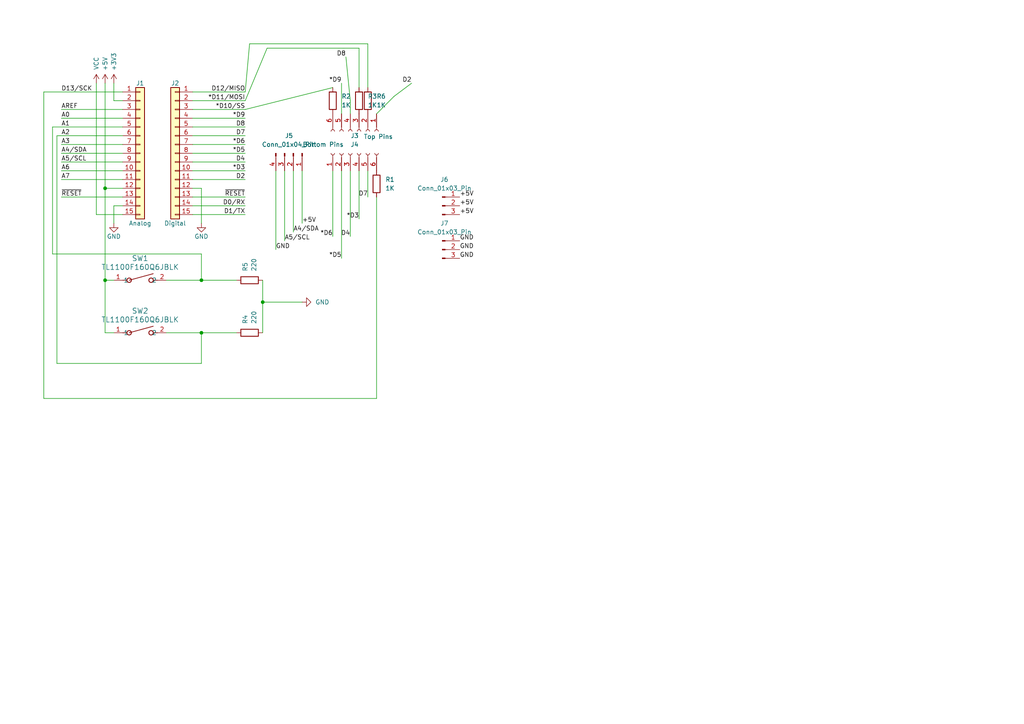
<source format=kicad_sch>
(kicad_sch
	(version 20231120)
	(generator "eeschema")
	(generator_version "8.0")
	(uuid "0d35483a-0b12-46cc-b9f2-896fd6831779")
	(paper "A4")
	(title_block
		(date "sam. 04 avril 2015")
	)
	(lib_symbols
		(symbol "BUTTON FOR CLOCk:TL1100F160Q6JBLK"
			(pin_names
				(offset 0.254)
			)
			(exclude_from_sim no)
			(in_bom yes)
			(on_board yes)
			(property "Reference" "SW"
				(at 0 3.81 0)
				(effects
					(font
						(size 1.524 1.524)
					)
				)
			)
			(property "Value" "TL1100F160Q6JBLK"
				(at 0 0 0)
				(effects
					(font
						(size 1.524 1.524)
					)
				)
			)
			(property "Footprint" "SW4_TL1100F160Q6JBLK_EWI"
				(at 0 0 0)
				(effects
					(font
						(size 1.27 1.27)
						(italic yes)
					)
					(hide yes)
				)
			)
			(property "Datasheet" "TL1100F160Q6JBLK"
				(at 0 0 0)
				(effects
					(font
						(size 1.27 1.27)
						(italic yes)
					)
					(hide yes)
				)
			)
			(property "Description" ""
				(at 0 0 0)
				(effects
					(font
						(size 1.27 1.27)
					)
					(hide yes)
				)
			)
			(property "ki_locked" ""
				(at 0 0 0)
				(effects
					(font
						(size 1.27 1.27)
					)
				)
			)
			(property "ki_keywords" "TL1100F160Q6JBLK"
				(at 0 0 0)
				(effects
					(font
						(size 1.27 1.27)
					)
					(hide yes)
				)
			)
			(property "ki_fp_filters" "SW4_TL1100F160Q6JBLK_EWI"
				(at 0 0 0)
				(effects
					(font
						(size 1.27 1.27)
					)
					(hide yes)
				)
			)
			(symbol "TL1100F160Q6JBLK_0_1"
				(circle
					(center -3.175 0)
					(radius 0.635)
					(stroke
						(width 0.254)
						(type default)
					)
					(fill
						(type none)
					)
				)
				(polyline
					(pts
						(xy -5.08 0) (xy -3.81 0)
					)
					(stroke
						(width 0.2032)
						(type default)
					)
					(fill
						(type none)
					)
				)
				(polyline
					(pts
						(xy -3.175 0) (xy 3.81 1.905)
					)
					(stroke
						(width 0.2032)
						(type default)
					)
					(fill
						(type none)
					)
				)
				(polyline
					(pts
						(xy 5.08 0) (xy 3.81 0)
					)
					(stroke
						(width 0.2032)
						(type default)
					)
					(fill
						(type none)
					)
				)
				(circle
					(center 3.175 0)
					(radius 0.635)
					(stroke
						(width 0.254)
						(type default)
					)
					(fill
						(type none)
					)
				)
				(pin unspecified line
					(at -7.62 0 0)
					(length 2.54)
					(name "1"
						(effects
							(font
								(size 1.27 1.27)
							)
						)
					)
					(number "1"
						(effects
							(font
								(size 1.27 1.27)
							)
						)
					)
				)
				(pin unspecified line
					(at 7.62 0 180)
					(length 2.54)
					(name "2"
						(effects
							(font
								(size 1.27 1.27)
							)
						)
					)
					(number "2"
						(effects
							(font
								(size 1.27 1.27)
							)
						)
					)
				)
			)
		)
		(symbol "Connector:Conn_01x03_Pin"
			(pin_names
				(offset 1.016) hide)
			(exclude_from_sim no)
			(in_bom yes)
			(on_board yes)
			(property "Reference" "J"
				(at 0 5.08 0)
				(effects
					(font
						(size 1.27 1.27)
					)
				)
			)
			(property "Value" "Conn_01x03_Pin"
				(at 0 -5.08 0)
				(effects
					(font
						(size 1.27 1.27)
					)
				)
			)
			(property "Footprint" ""
				(at 0 0 0)
				(effects
					(font
						(size 1.27 1.27)
					)
					(hide yes)
				)
			)
			(property "Datasheet" "~"
				(at 0 0 0)
				(effects
					(font
						(size 1.27 1.27)
					)
					(hide yes)
				)
			)
			(property "Description" "Generic connector, single row, 01x03, script generated"
				(at 0 0 0)
				(effects
					(font
						(size 1.27 1.27)
					)
					(hide yes)
				)
			)
			(property "ki_locked" ""
				(at 0 0 0)
				(effects
					(font
						(size 1.27 1.27)
					)
				)
			)
			(property "ki_keywords" "connector"
				(at 0 0 0)
				(effects
					(font
						(size 1.27 1.27)
					)
					(hide yes)
				)
			)
			(property "ki_fp_filters" "Connector*:*_1x??_*"
				(at 0 0 0)
				(effects
					(font
						(size 1.27 1.27)
					)
					(hide yes)
				)
			)
			(symbol "Conn_01x03_Pin_1_1"
				(polyline
					(pts
						(xy 1.27 -2.54) (xy 0.8636 -2.54)
					)
					(stroke
						(width 0.1524)
						(type default)
					)
					(fill
						(type none)
					)
				)
				(polyline
					(pts
						(xy 1.27 0) (xy 0.8636 0)
					)
					(stroke
						(width 0.1524)
						(type default)
					)
					(fill
						(type none)
					)
				)
				(polyline
					(pts
						(xy 1.27 2.54) (xy 0.8636 2.54)
					)
					(stroke
						(width 0.1524)
						(type default)
					)
					(fill
						(type none)
					)
				)
				(rectangle
					(start 0.8636 -2.413)
					(end 0 -2.667)
					(stroke
						(width 0.1524)
						(type default)
					)
					(fill
						(type outline)
					)
				)
				(rectangle
					(start 0.8636 0.127)
					(end 0 -0.127)
					(stroke
						(width 0.1524)
						(type default)
					)
					(fill
						(type outline)
					)
				)
				(rectangle
					(start 0.8636 2.667)
					(end 0 2.413)
					(stroke
						(width 0.1524)
						(type default)
					)
					(fill
						(type outline)
					)
				)
				(pin passive line
					(at 5.08 2.54 180)
					(length 3.81)
					(name "Pin_1"
						(effects
							(font
								(size 1.27 1.27)
							)
						)
					)
					(number "1"
						(effects
							(font
								(size 1.27 1.27)
							)
						)
					)
				)
				(pin passive line
					(at 5.08 0 180)
					(length 3.81)
					(name "Pin_2"
						(effects
							(font
								(size 1.27 1.27)
							)
						)
					)
					(number "2"
						(effects
							(font
								(size 1.27 1.27)
							)
						)
					)
				)
				(pin passive line
					(at 5.08 -2.54 180)
					(length 3.81)
					(name "Pin_3"
						(effects
							(font
								(size 1.27 1.27)
							)
						)
					)
					(number "3"
						(effects
							(font
								(size 1.27 1.27)
							)
						)
					)
				)
			)
		)
		(symbol "Connector:Conn_01x04_Pin"
			(pin_names
				(offset 1.016) hide)
			(exclude_from_sim no)
			(in_bom yes)
			(on_board yes)
			(property "Reference" "J"
				(at 0 5.08 0)
				(effects
					(font
						(size 1.27 1.27)
					)
				)
			)
			(property "Value" "Conn_01x04_Pin"
				(at 0 -7.62 0)
				(effects
					(font
						(size 1.27 1.27)
					)
				)
			)
			(property "Footprint" ""
				(at 0 0 0)
				(effects
					(font
						(size 1.27 1.27)
					)
					(hide yes)
				)
			)
			(property "Datasheet" "~"
				(at 0 0 0)
				(effects
					(font
						(size 1.27 1.27)
					)
					(hide yes)
				)
			)
			(property "Description" "Generic connector, single row, 01x04, script generated"
				(at 0 0 0)
				(effects
					(font
						(size 1.27 1.27)
					)
					(hide yes)
				)
			)
			(property "ki_locked" ""
				(at 0 0 0)
				(effects
					(font
						(size 1.27 1.27)
					)
				)
			)
			(property "ki_keywords" "connector"
				(at 0 0 0)
				(effects
					(font
						(size 1.27 1.27)
					)
					(hide yes)
				)
			)
			(property "ki_fp_filters" "Connector*:*_1x??_*"
				(at 0 0 0)
				(effects
					(font
						(size 1.27 1.27)
					)
					(hide yes)
				)
			)
			(symbol "Conn_01x04_Pin_1_1"
				(polyline
					(pts
						(xy 1.27 -5.08) (xy 0.8636 -5.08)
					)
					(stroke
						(width 0.1524)
						(type default)
					)
					(fill
						(type none)
					)
				)
				(polyline
					(pts
						(xy 1.27 -2.54) (xy 0.8636 -2.54)
					)
					(stroke
						(width 0.1524)
						(type default)
					)
					(fill
						(type none)
					)
				)
				(polyline
					(pts
						(xy 1.27 0) (xy 0.8636 0)
					)
					(stroke
						(width 0.1524)
						(type default)
					)
					(fill
						(type none)
					)
				)
				(polyline
					(pts
						(xy 1.27 2.54) (xy 0.8636 2.54)
					)
					(stroke
						(width 0.1524)
						(type default)
					)
					(fill
						(type none)
					)
				)
				(rectangle
					(start 0.8636 -4.953)
					(end 0 -5.207)
					(stroke
						(width 0.1524)
						(type default)
					)
					(fill
						(type outline)
					)
				)
				(rectangle
					(start 0.8636 -2.413)
					(end 0 -2.667)
					(stroke
						(width 0.1524)
						(type default)
					)
					(fill
						(type outline)
					)
				)
				(rectangle
					(start 0.8636 0.127)
					(end 0 -0.127)
					(stroke
						(width 0.1524)
						(type default)
					)
					(fill
						(type outline)
					)
				)
				(rectangle
					(start 0.8636 2.667)
					(end 0 2.413)
					(stroke
						(width 0.1524)
						(type default)
					)
					(fill
						(type outline)
					)
				)
				(pin passive line
					(at 5.08 2.54 180)
					(length 3.81)
					(name "Pin_1"
						(effects
							(font
								(size 1.27 1.27)
							)
						)
					)
					(number "1"
						(effects
							(font
								(size 1.27 1.27)
							)
						)
					)
				)
				(pin passive line
					(at 5.08 0 180)
					(length 3.81)
					(name "Pin_2"
						(effects
							(font
								(size 1.27 1.27)
							)
						)
					)
					(number "2"
						(effects
							(font
								(size 1.27 1.27)
							)
						)
					)
				)
				(pin passive line
					(at 5.08 -2.54 180)
					(length 3.81)
					(name "Pin_3"
						(effects
							(font
								(size 1.27 1.27)
							)
						)
					)
					(number "3"
						(effects
							(font
								(size 1.27 1.27)
							)
						)
					)
				)
				(pin passive line
					(at 5.08 -5.08 180)
					(length 3.81)
					(name "Pin_4"
						(effects
							(font
								(size 1.27 1.27)
							)
						)
					)
					(number "4"
						(effects
							(font
								(size 1.27 1.27)
							)
						)
					)
				)
			)
		)
		(symbol "Connector:Conn_01x06_Socket"
			(pin_names
				(offset 1.016) hide)
			(exclude_from_sim no)
			(in_bom yes)
			(on_board yes)
			(property "Reference" "J"
				(at 0 7.62 0)
				(effects
					(font
						(size 1.27 1.27)
					)
				)
			)
			(property "Value" "Conn_01x06_Socket"
				(at 0 -10.16 0)
				(effects
					(font
						(size 1.27 1.27)
					)
				)
			)
			(property "Footprint" ""
				(at 0 0 0)
				(effects
					(font
						(size 1.27 1.27)
					)
					(hide yes)
				)
			)
			(property "Datasheet" "~"
				(at 0 0 0)
				(effects
					(font
						(size 1.27 1.27)
					)
					(hide yes)
				)
			)
			(property "Description" "Generic connector, single row, 01x06, script generated"
				(at 0 0 0)
				(effects
					(font
						(size 1.27 1.27)
					)
					(hide yes)
				)
			)
			(property "ki_locked" ""
				(at 0 0 0)
				(effects
					(font
						(size 1.27 1.27)
					)
				)
			)
			(property "ki_keywords" "connector"
				(at 0 0 0)
				(effects
					(font
						(size 1.27 1.27)
					)
					(hide yes)
				)
			)
			(property "ki_fp_filters" "Connector*:*_1x??_*"
				(at 0 0 0)
				(effects
					(font
						(size 1.27 1.27)
					)
					(hide yes)
				)
			)
			(symbol "Conn_01x06_Socket_1_1"
				(arc
					(start 0 -7.112)
					(mid -0.5058 -7.62)
					(end 0 -8.128)
					(stroke
						(width 0.1524)
						(type default)
					)
					(fill
						(type none)
					)
				)
				(arc
					(start 0 -4.572)
					(mid -0.5058 -5.08)
					(end 0 -5.588)
					(stroke
						(width 0.1524)
						(type default)
					)
					(fill
						(type none)
					)
				)
				(arc
					(start 0 -2.032)
					(mid -0.5058 -2.54)
					(end 0 -3.048)
					(stroke
						(width 0.1524)
						(type default)
					)
					(fill
						(type none)
					)
				)
				(polyline
					(pts
						(xy -1.27 -7.62) (xy -0.508 -7.62)
					)
					(stroke
						(width 0.1524)
						(type default)
					)
					(fill
						(type none)
					)
				)
				(polyline
					(pts
						(xy -1.27 -5.08) (xy -0.508 -5.08)
					)
					(stroke
						(width 0.1524)
						(type default)
					)
					(fill
						(type none)
					)
				)
				(polyline
					(pts
						(xy -1.27 -2.54) (xy -0.508 -2.54)
					)
					(stroke
						(width 0.1524)
						(type default)
					)
					(fill
						(type none)
					)
				)
				(polyline
					(pts
						(xy -1.27 0) (xy -0.508 0)
					)
					(stroke
						(width 0.1524)
						(type default)
					)
					(fill
						(type none)
					)
				)
				(polyline
					(pts
						(xy -1.27 2.54) (xy -0.508 2.54)
					)
					(stroke
						(width 0.1524)
						(type default)
					)
					(fill
						(type none)
					)
				)
				(polyline
					(pts
						(xy -1.27 5.08) (xy -0.508 5.08)
					)
					(stroke
						(width 0.1524)
						(type default)
					)
					(fill
						(type none)
					)
				)
				(arc
					(start 0 0.508)
					(mid -0.5058 0)
					(end 0 -0.508)
					(stroke
						(width 0.1524)
						(type default)
					)
					(fill
						(type none)
					)
				)
				(arc
					(start 0 3.048)
					(mid -0.5058 2.54)
					(end 0 2.032)
					(stroke
						(width 0.1524)
						(type default)
					)
					(fill
						(type none)
					)
				)
				(arc
					(start 0 5.588)
					(mid -0.5058 5.08)
					(end 0 4.572)
					(stroke
						(width 0.1524)
						(type default)
					)
					(fill
						(type none)
					)
				)
				(pin passive line
					(at -5.08 5.08 0)
					(length 3.81)
					(name "Pin_1"
						(effects
							(font
								(size 1.27 1.27)
							)
						)
					)
					(number "1"
						(effects
							(font
								(size 1.27 1.27)
							)
						)
					)
				)
				(pin passive line
					(at -5.08 2.54 0)
					(length 3.81)
					(name "Pin_2"
						(effects
							(font
								(size 1.27 1.27)
							)
						)
					)
					(number "2"
						(effects
							(font
								(size 1.27 1.27)
							)
						)
					)
				)
				(pin passive line
					(at -5.08 0 0)
					(length 3.81)
					(name "Pin_3"
						(effects
							(font
								(size 1.27 1.27)
							)
						)
					)
					(number "3"
						(effects
							(font
								(size 1.27 1.27)
							)
						)
					)
				)
				(pin passive line
					(at -5.08 -2.54 0)
					(length 3.81)
					(name "Pin_4"
						(effects
							(font
								(size 1.27 1.27)
							)
						)
					)
					(number "4"
						(effects
							(font
								(size 1.27 1.27)
							)
						)
					)
				)
				(pin passive line
					(at -5.08 -5.08 0)
					(length 3.81)
					(name "Pin_5"
						(effects
							(font
								(size 1.27 1.27)
							)
						)
					)
					(number "5"
						(effects
							(font
								(size 1.27 1.27)
							)
						)
					)
				)
				(pin passive line
					(at -5.08 -7.62 0)
					(length 3.81)
					(name "Pin_6"
						(effects
							(font
								(size 1.27 1.27)
							)
						)
					)
					(number "6"
						(effects
							(font
								(size 1.27 1.27)
							)
						)
					)
				)
			)
		)
		(symbol "Connector_Generic:Conn_01x15"
			(pin_names
				(offset 1.016) hide)
			(exclude_from_sim no)
			(in_bom yes)
			(on_board yes)
			(property "Reference" "J"
				(at 0 20.32 0)
				(effects
					(font
						(size 1.27 1.27)
					)
				)
			)
			(property "Value" "Conn_01x15"
				(at 0 -20.32 0)
				(effects
					(font
						(size 1.27 1.27)
					)
				)
			)
			(property "Footprint" ""
				(at 0 0 0)
				(effects
					(font
						(size 1.27 1.27)
					)
					(hide yes)
				)
			)
			(property "Datasheet" "~"
				(at 0 0 0)
				(effects
					(font
						(size 1.27 1.27)
					)
					(hide yes)
				)
			)
			(property "Description" "Generic connector, single row, 01x15, script generated (kicad-library-utils/schlib/autogen/connector/)"
				(at 0 0 0)
				(effects
					(font
						(size 1.27 1.27)
					)
					(hide yes)
				)
			)
			(property "ki_keywords" "connector"
				(at 0 0 0)
				(effects
					(font
						(size 1.27 1.27)
					)
					(hide yes)
				)
			)
			(property "ki_fp_filters" "Connector*:*_1x??_*"
				(at 0 0 0)
				(effects
					(font
						(size 1.27 1.27)
					)
					(hide yes)
				)
			)
			(symbol "Conn_01x15_1_1"
				(rectangle
					(start -1.27 -17.653)
					(end 0 -17.907)
					(stroke
						(width 0.1524)
						(type default)
					)
					(fill
						(type none)
					)
				)
				(rectangle
					(start -1.27 -15.113)
					(end 0 -15.367)
					(stroke
						(width 0.1524)
						(type default)
					)
					(fill
						(type none)
					)
				)
				(rectangle
					(start -1.27 -12.573)
					(end 0 -12.827)
					(stroke
						(width 0.1524)
						(type default)
					)
					(fill
						(type none)
					)
				)
				(rectangle
					(start -1.27 -10.033)
					(end 0 -10.287)
					(stroke
						(width 0.1524)
						(type default)
					)
					(fill
						(type none)
					)
				)
				(rectangle
					(start -1.27 -7.493)
					(end 0 -7.747)
					(stroke
						(width 0.1524)
						(type default)
					)
					(fill
						(type none)
					)
				)
				(rectangle
					(start -1.27 -4.953)
					(end 0 -5.207)
					(stroke
						(width 0.1524)
						(type default)
					)
					(fill
						(type none)
					)
				)
				(rectangle
					(start -1.27 -2.413)
					(end 0 -2.667)
					(stroke
						(width 0.1524)
						(type default)
					)
					(fill
						(type none)
					)
				)
				(rectangle
					(start -1.27 0.127)
					(end 0 -0.127)
					(stroke
						(width 0.1524)
						(type default)
					)
					(fill
						(type none)
					)
				)
				(rectangle
					(start -1.27 2.667)
					(end 0 2.413)
					(stroke
						(width 0.1524)
						(type default)
					)
					(fill
						(type none)
					)
				)
				(rectangle
					(start -1.27 5.207)
					(end 0 4.953)
					(stroke
						(width 0.1524)
						(type default)
					)
					(fill
						(type none)
					)
				)
				(rectangle
					(start -1.27 7.747)
					(end 0 7.493)
					(stroke
						(width 0.1524)
						(type default)
					)
					(fill
						(type none)
					)
				)
				(rectangle
					(start -1.27 10.287)
					(end 0 10.033)
					(stroke
						(width 0.1524)
						(type default)
					)
					(fill
						(type none)
					)
				)
				(rectangle
					(start -1.27 12.827)
					(end 0 12.573)
					(stroke
						(width 0.1524)
						(type default)
					)
					(fill
						(type none)
					)
				)
				(rectangle
					(start -1.27 15.367)
					(end 0 15.113)
					(stroke
						(width 0.1524)
						(type default)
					)
					(fill
						(type none)
					)
				)
				(rectangle
					(start -1.27 17.907)
					(end 0 17.653)
					(stroke
						(width 0.1524)
						(type default)
					)
					(fill
						(type none)
					)
				)
				(rectangle
					(start -1.27 19.05)
					(end 1.27 -19.05)
					(stroke
						(width 0.254)
						(type default)
					)
					(fill
						(type background)
					)
				)
				(pin passive line
					(at -5.08 17.78 0)
					(length 3.81)
					(name "Pin_1"
						(effects
							(font
								(size 1.27 1.27)
							)
						)
					)
					(number "1"
						(effects
							(font
								(size 1.27 1.27)
							)
						)
					)
				)
				(pin passive line
					(at -5.08 -5.08 0)
					(length 3.81)
					(name "Pin_10"
						(effects
							(font
								(size 1.27 1.27)
							)
						)
					)
					(number "10"
						(effects
							(font
								(size 1.27 1.27)
							)
						)
					)
				)
				(pin passive line
					(at -5.08 -7.62 0)
					(length 3.81)
					(name "Pin_11"
						(effects
							(font
								(size 1.27 1.27)
							)
						)
					)
					(number "11"
						(effects
							(font
								(size 1.27 1.27)
							)
						)
					)
				)
				(pin passive line
					(at -5.08 -10.16 0)
					(length 3.81)
					(name "Pin_12"
						(effects
							(font
								(size 1.27 1.27)
							)
						)
					)
					(number "12"
						(effects
							(font
								(size 1.27 1.27)
							)
						)
					)
				)
				(pin passive line
					(at -5.08 -12.7 0)
					(length 3.81)
					(name "Pin_13"
						(effects
							(font
								(size 1.27 1.27)
							)
						)
					)
					(number "13"
						(effects
							(font
								(size 1.27 1.27)
							)
						)
					)
				)
				(pin passive line
					(at -5.08 -15.24 0)
					(length 3.81)
					(name "Pin_14"
						(effects
							(font
								(size 1.27 1.27)
							)
						)
					)
					(number "14"
						(effects
							(font
								(size 1.27 1.27)
							)
						)
					)
				)
				(pin passive line
					(at -5.08 -17.78 0)
					(length 3.81)
					(name "Pin_15"
						(effects
							(font
								(size 1.27 1.27)
							)
						)
					)
					(number "15"
						(effects
							(font
								(size 1.27 1.27)
							)
						)
					)
				)
				(pin passive line
					(at -5.08 15.24 0)
					(length 3.81)
					(name "Pin_2"
						(effects
							(font
								(size 1.27 1.27)
							)
						)
					)
					(number "2"
						(effects
							(font
								(size 1.27 1.27)
							)
						)
					)
				)
				(pin passive line
					(at -5.08 12.7 0)
					(length 3.81)
					(name "Pin_3"
						(effects
							(font
								(size 1.27 1.27)
							)
						)
					)
					(number "3"
						(effects
							(font
								(size 1.27 1.27)
							)
						)
					)
				)
				(pin passive line
					(at -5.08 10.16 0)
					(length 3.81)
					(name "Pin_4"
						(effects
							(font
								(size 1.27 1.27)
							)
						)
					)
					(number "4"
						(effects
							(font
								(size 1.27 1.27)
							)
						)
					)
				)
				(pin passive line
					(at -5.08 7.62 0)
					(length 3.81)
					(name "Pin_5"
						(effects
							(font
								(size 1.27 1.27)
							)
						)
					)
					(number "5"
						(effects
							(font
								(size 1.27 1.27)
							)
						)
					)
				)
				(pin passive line
					(at -5.08 5.08 0)
					(length 3.81)
					(name "Pin_6"
						(effects
							(font
								(size 1.27 1.27)
							)
						)
					)
					(number "6"
						(effects
							(font
								(size 1.27 1.27)
							)
						)
					)
				)
				(pin passive line
					(at -5.08 2.54 0)
					(length 3.81)
					(name "Pin_7"
						(effects
							(font
								(size 1.27 1.27)
							)
						)
					)
					(number "7"
						(effects
							(font
								(size 1.27 1.27)
							)
						)
					)
				)
				(pin passive line
					(at -5.08 0 0)
					(length 3.81)
					(name "Pin_8"
						(effects
							(font
								(size 1.27 1.27)
							)
						)
					)
					(number "8"
						(effects
							(font
								(size 1.27 1.27)
							)
						)
					)
				)
				(pin passive line
					(at -5.08 -2.54 0)
					(length 3.81)
					(name "Pin_9"
						(effects
							(font
								(size 1.27 1.27)
							)
						)
					)
					(number "9"
						(effects
							(font
								(size 1.27 1.27)
							)
						)
					)
				)
			)
		)
		(symbol "Device:R"
			(pin_numbers hide)
			(pin_names
				(offset 0)
			)
			(exclude_from_sim no)
			(in_bom yes)
			(on_board yes)
			(property "Reference" "R"
				(at 2.032 0 90)
				(effects
					(font
						(size 1.27 1.27)
					)
				)
			)
			(property "Value" "R"
				(at 0 0 90)
				(effects
					(font
						(size 1.27 1.27)
					)
				)
			)
			(property "Footprint" ""
				(at -1.778 0 90)
				(effects
					(font
						(size 1.27 1.27)
					)
					(hide yes)
				)
			)
			(property "Datasheet" "~"
				(at 0 0 0)
				(effects
					(font
						(size 1.27 1.27)
					)
					(hide yes)
				)
			)
			(property "Description" "Resistor"
				(at 0 0 0)
				(effects
					(font
						(size 1.27 1.27)
					)
					(hide yes)
				)
			)
			(property "ki_keywords" "R res resistor"
				(at 0 0 0)
				(effects
					(font
						(size 1.27 1.27)
					)
					(hide yes)
				)
			)
			(property "ki_fp_filters" "R_*"
				(at 0 0 0)
				(effects
					(font
						(size 1.27 1.27)
					)
					(hide yes)
				)
			)
			(symbol "R_0_1"
				(rectangle
					(start -1.016 -2.54)
					(end 1.016 2.54)
					(stroke
						(width 0.254)
						(type default)
					)
					(fill
						(type none)
					)
				)
			)
			(symbol "R_1_1"
				(pin passive line
					(at 0 3.81 270)
					(length 1.27)
					(name "~"
						(effects
							(font
								(size 1.27 1.27)
							)
						)
					)
					(number "1"
						(effects
							(font
								(size 1.27 1.27)
							)
						)
					)
				)
				(pin passive line
					(at 0 -3.81 90)
					(length 1.27)
					(name "~"
						(effects
							(font
								(size 1.27 1.27)
							)
						)
					)
					(number "2"
						(effects
							(font
								(size 1.27 1.27)
							)
						)
					)
				)
			)
		)
		(symbol "GND_1"
			(power)
			(pin_numbers hide)
			(pin_names
				(offset 0) hide)
			(exclude_from_sim no)
			(in_bom yes)
			(on_board yes)
			(property "Reference" "#PWR"
				(at 0 -6.35 0)
				(effects
					(font
						(size 1.27 1.27)
					)
					(hide yes)
				)
			)
			(property "Value" "GND"
				(at 0 -3.81 0)
				(effects
					(font
						(size 1.27 1.27)
					)
				)
			)
			(property "Footprint" ""
				(at 0 0 0)
				(effects
					(font
						(size 1.27 1.27)
					)
					(hide yes)
				)
			)
			(property "Datasheet" ""
				(at 0 0 0)
				(effects
					(font
						(size 1.27 1.27)
					)
					(hide yes)
				)
			)
			(property "Description" "Power symbol creates a global label with name \"GND\" , ground"
				(at 0 0 0)
				(effects
					(font
						(size 1.27 1.27)
					)
					(hide yes)
				)
			)
			(property "ki_keywords" "global power"
				(at 0 0 0)
				(effects
					(font
						(size 1.27 1.27)
					)
					(hide yes)
				)
			)
			(symbol "GND_1_0_1"
				(polyline
					(pts
						(xy 0 0) (xy 0 -1.27) (xy 1.27 -1.27) (xy 0 -2.54) (xy -1.27 -1.27) (xy 0 -1.27)
					)
					(stroke
						(width 0)
						(type default)
					)
					(fill
						(type none)
					)
				)
			)
			(symbol "GND_1_1_1"
				(pin power_in line
					(at 0 0 270)
					(length 0)
					(name "~"
						(effects
							(font
								(size 1.27 1.27)
							)
						)
					)
					(number "1"
						(effects
							(font
								(size 1.27 1.27)
							)
						)
					)
				)
			)
		)
		(symbol "power:+3.3V"
			(power)
			(pin_names
				(offset 0)
			)
			(exclude_from_sim no)
			(in_bom yes)
			(on_board yes)
			(property "Reference" "#PWR"
				(at 0 -3.81 0)
				(effects
					(font
						(size 1.27 1.27)
					)
					(hide yes)
				)
			)
			(property "Value" "+3.3V"
				(at 0 3.556 0)
				(effects
					(font
						(size 1.27 1.27)
					)
				)
			)
			(property "Footprint" ""
				(at 0 0 0)
				(effects
					(font
						(size 1.27 1.27)
					)
					(hide yes)
				)
			)
			(property "Datasheet" ""
				(at 0 0 0)
				(effects
					(font
						(size 1.27 1.27)
					)
					(hide yes)
				)
			)
			(property "Description" "Power symbol creates a global label with name \"+3.3V\""
				(at 0 0 0)
				(effects
					(font
						(size 1.27 1.27)
					)
					(hide yes)
				)
			)
			(property "ki_keywords" "power-flag"
				(at 0 0 0)
				(effects
					(font
						(size 1.27 1.27)
					)
					(hide yes)
				)
			)
			(symbol "+3.3V_0_1"
				(polyline
					(pts
						(xy -0.762 1.27) (xy 0 2.54)
					)
					(stroke
						(width 0)
						(type default)
					)
					(fill
						(type none)
					)
				)
				(polyline
					(pts
						(xy 0 0) (xy 0 2.54)
					)
					(stroke
						(width 0)
						(type default)
					)
					(fill
						(type none)
					)
				)
				(polyline
					(pts
						(xy 0 2.54) (xy 0.762 1.27)
					)
					(stroke
						(width 0)
						(type default)
					)
					(fill
						(type none)
					)
				)
			)
			(symbol "+3.3V_1_1"
				(pin power_in line
					(at 0 0 90)
					(length 0) hide
					(name "+3V3"
						(effects
							(font
								(size 1.27 1.27)
							)
						)
					)
					(number "1"
						(effects
							(font
								(size 1.27 1.27)
							)
						)
					)
				)
			)
		)
		(symbol "power:+5V"
			(power)
			(pin_names
				(offset 0)
			)
			(exclude_from_sim no)
			(in_bom yes)
			(on_board yes)
			(property "Reference" "#PWR"
				(at 0 -3.81 0)
				(effects
					(font
						(size 1.27 1.27)
					)
					(hide yes)
				)
			)
			(property "Value" "+5V"
				(at 0 3.556 0)
				(effects
					(font
						(size 1.27 1.27)
					)
				)
			)
			(property "Footprint" ""
				(at 0 0 0)
				(effects
					(font
						(size 1.27 1.27)
					)
					(hide yes)
				)
			)
			(property "Datasheet" ""
				(at 0 0 0)
				(effects
					(font
						(size 1.27 1.27)
					)
					(hide yes)
				)
			)
			(property "Description" "Power symbol creates a global label with name \"+5V\""
				(at 0 0 0)
				(effects
					(font
						(size 1.27 1.27)
					)
					(hide yes)
				)
			)
			(property "ki_keywords" "power-flag"
				(at 0 0 0)
				(effects
					(font
						(size 1.27 1.27)
					)
					(hide yes)
				)
			)
			(symbol "+5V_0_1"
				(polyline
					(pts
						(xy -0.762 1.27) (xy 0 2.54)
					)
					(stroke
						(width 0)
						(type default)
					)
					(fill
						(type none)
					)
				)
				(polyline
					(pts
						(xy 0 0) (xy 0 2.54)
					)
					(stroke
						(width 0)
						(type default)
					)
					(fill
						(type none)
					)
				)
				(polyline
					(pts
						(xy 0 2.54) (xy 0.762 1.27)
					)
					(stroke
						(width 0)
						(type default)
					)
					(fill
						(type none)
					)
				)
			)
			(symbol "+5V_1_1"
				(pin power_in line
					(at 0 0 90)
					(length 0) hide
					(name "+5V"
						(effects
							(font
								(size 1.27 1.27)
							)
						)
					)
					(number "1"
						(effects
							(font
								(size 1.27 1.27)
							)
						)
					)
				)
			)
		)
		(symbol "power:GND"
			(power)
			(pin_names
				(offset 0)
			)
			(exclude_from_sim no)
			(in_bom yes)
			(on_board yes)
			(property "Reference" "#PWR"
				(at 0 -6.35 0)
				(effects
					(font
						(size 1.27 1.27)
					)
					(hide yes)
				)
			)
			(property "Value" "GND"
				(at 0 -3.81 0)
				(effects
					(font
						(size 1.27 1.27)
					)
				)
			)
			(property "Footprint" ""
				(at 0 0 0)
				(effects
					(font
						(size 1.27 1.27)
					)
					(hide yes)
				)
			)
			(property "Datasheet" ""
				(at 0 0 0)
				(effects
					(font
						(size 1.27 1.27)
					)
					(hide yes)
				)
			)
			(property "Description" "Power symbol creates a global label with name \"GND\" , ground"
				(at 0 0 0)
				(effects
					(font
						(size 1.27 1.27)
					)
					(hide yes)
				)
			)
			(property "ki_keywords" "power-flag"
				(at 0 0 0)
				(effects
					(font
						(size 1.27 1.27)
					)
					(hide yes)
				)
			)
			(symbol "GND_0_1"
				(polyline
					(pts
						(xy 0 0) (xy 0 -1.27) (xy 1.27 -1.27) (xy 0 -2.54) (xy -1.27 -1.27) (xy 0 -1.27)
					)
					(stroke
						(width 0)
						(type default)
					)
					(fill
						(type none)
					)
				)
			)
			(symbol "GND_1_1"
				(pin power_in line
					(at 0 0 270)
					(length 0) hide
					(name "GND"
						(effects
							(font
								(size 1.27 1.27)
							)
						)
					)
					(number "1"
						(effects
							(font
								(size 1.27 1.27)
							)
						)
					)
				)
			)
		)
		(symbol "power:VCC"
			(power)
			(pin_names
				(offset 0)
			)
			(exclude_from_sim no)
			(in_bom yes)
			(on_board yes)
			(property "Reference" "#PWR"
				(at 0 -3.81 0)
				(effects
					(font
						(size 1.27 1.27)
					)
					(hide yes)
				)
			)
			(property "Value" "VCC"
				(at 0 3.81 0)
				(effects
					(font
						(size 1.27 1.27)
					)
				)
			)
			(property "Footprint" ""
				(at 0 0 0)
				(effects
					(font
						(size 1.27 1.27)
					)
					(hide yes)
				)
			)
			(property "Datasheet" ""
				(at 0 0 0)
				(effects
					(font
						(size 1.27 1.27)
					)
					(hide yes)
				)
			)
			(property "Description" "Power symbol creates a global label with name \"VCC\""
				(at 0 0 0)
				(effects
					(font
						(size 1.27 1.27)
					)
					(hide yes)
				)
			)
			(property "ki_keywords" "power-flag"
				(at 0 0 0)
				(effects
					(font
						(size 1.27 1.27)
					)
					(hide yes)
				)
			)
			(symbol "VCC_0_1"
				(polyline
					(pts
						(xy -0.762 1.27) (xy 0 2.54)
					)
					(stroke
						(width 0)
						(type default)
					)
					(fill
						(type none)
					)
				)
				(polyline
					(pts
						(xy 0 0) (xy 0 2.54)
					)
					(stroke
						(width 0)
						(type default)
					)
					(fill
						(type none)
					)
				)
				(polyline
					(pts
						(xy 0 2.54) (xy 0.762 1.27)
					)
					(stroke
						(width 0)
						(type default)
					)
					(fill
						(type none)
					)
				)
			)
			(symbol "VCC_1_1"
				(pin power_in line
					(at 0 0 90)
					(length 0) hide
					(name "VCC"
						(effects
							(font
								(size 1.27 1.27)
							)
						)
					)
					(number "1"
						(effects
							(font
								(size 1.27 1.27)
							)
						)
					)
				)
			)
		)
	)
	(junction
		(at 30.48 54.61)
		(diameter 0)
		(color 0 0 0 0)
		(uuid "5f0bb37d-936a-4e1f-8ea5-1afb8c1a6a5f")
	)
	(junction
		(at 58.42 96.52)
		(diameter 0)
		(color 0 0 0 0)
		(uuid "650ccfde-811f-4f9d-9dcf-07cc87cd51d6")
	)
	(junction
		(at 30.48 81.28)
		(diameter 0)
		(color 0 0 0 0)
		(uuid "669a400d-f488-417d-a2b7-c01e3418663e")
	)
	(junction
		(at 58.42 81.28)
		(diameter 0)
		(color 0 0 0 0)
		(uuid "cce76ce1-42ee-420b-9108-203a3f8071bd")
	)
	(junction
		(at 76.2 87.63)
		(diameter 0)
		(color 0 0 0 0)
		(uuid "f409f78c-4bdc-4d09-b726-a5196dbf27c5")
	)
	(wire
		(pts
			(xy 55.88 59.69) (xy 71.12 59.69)
		)
		(stroke
			(width 0)
			(type solid)
		)
		(uuid "004f77db-035a-4124-a1f6-b93657669896")
	)
	(wire
		(pts
			(xy 58.42 96.52) (xy 68.58 96.52)
		)
		(stroke
			(width 0)
			(type default)
		)
		(uuid "00b6375c-7af7-4a2e-bd17-c8dfcc23bf98")
	)
	(wire
		(pts
			(xy 80.01 72.39) (xy 80.01 49.53)
		)
		(stroke
			(width 0)
			(type default)
		)
		(uuid "0123cbba-0b2d-4df9-81c0-db29e0a9450b")
	)
	(wire
		(pts
			(xy 106.68 25.4) (xy 106.68 12.7)
		)
		(stroke
			(width 0)
			(type default)
		)
		(uuid "025e5d88-eb51-4024-916e-d9aa3ea9db1f")
	)
	(wire
		(pts
			(xy 35.56 29.21) (xy 33.02 29.21)
		)
		(stroke
			(width 0)
			(type solid)
		)
		(uuid "0613c665-681f-415e-b037-3a4028b50f8f")
	)
	(wire
		(pts
			(xy 48.26 96.52) (xy 58.42 96.52)
		)
		(stroke
			(width 0)
			(type default)
		)
		(uuid "0b60b638-36d0-4157-af53-569dc139c540")
	)
	(wire
		(pts
			(xy 114.3 27.94) (xy 109.22 33.02)
		)
		(stroke
			(width 0)
			(type default)
		)
		(uuid "0bc028e1-2940-46ee-9444-f5d144a68627")
	)
	(wire
		(pts
			(xy 58.42 81.28) (xy 68.58 81.28)
		)
		(stroke
			(width 0)
			(type default)
		)
		(uuid "1aa28d04-3e35-4306-a1f6-6ac3c53ee601")
	)
	(wire
		(pts
			(xy 17.78 44.45) (xy 35.56 44.45)
		)
		(stroke
			(width 0)
			(type solid)
		)
		(uuid "1ec744a7-b90b-4c61-88bc-2c9aac322afd")
	)
	(wire
		(pts
			(xy 30.48 24.13) (xy 30.48 54.61)
		)
		(stroke
			(width 0)
			(type solid)
		)
		(uuid "22a763f9-a4ea-4493-a861-a12440c0ac58")
	)
	(wire
		(pts
			(xy 35.56 54.61) (xy 30.48 54.61)
		)
		(stroke
			(width 0)
			(type solid)
		)
		(uuid "22a763f9-a4ea-4493-a861-a12440c0ac59")
	)
	(wire
		(pts
			(xy 15.24 73.66) (xy 15.24 36.83)
		)
		(stroke
			(width 0)
			(type default)
		)
		(uuid "2365c57a-e97d-409a-b4d5-cbb7b2379f8e")
	)
	(wire
		(pts
			(xy 104.14 25.4) (xy 104.14 13.97)
		)
		(stroke
			(width 0)
			(type default)
		)
		(uuid "244e9728-0cd4-49c6-ad44-629ccc2efa9b")
	)
	(wire
		(pts
			(xy 106.68 57.15) (xy 106.68 49.53)
		)
		(stroke
			(width 0)
			(type default)
		)
		(uuid "27d111c7-4bf1-4b39-8a3b-ef65f213c0c8")
	)
	(wire
		(pts
			(xy 76.2 81.28) (xy 76.2 87.63)
		)
		(stroke
			(width 0)
			(type default)
		)
		(uuid "307488e9-3656-48b3-8d58-270b03886971")
	)
	(wire
		(pts
			(xy 58.42 73.66) (xy 58.42 81.28)
		)
		(stroke
			(width 0)
			(type default)
		)
		(uuid "31de4638-0c86-4948-9f31-da3dcad70fbd")
	)
	(wire
		(pts
			(xy 72.39 12.7) (xy 71.12 26.67)
		)
		(stroke
			(width 0)
			(type default)
		)
		(uuid "327edb2c-e4ba-4605-be28-946d8a252d03")
	)
	(wire
		(pts
			(xy 15.24 73.66) (xy 58.42 73.66)
		)
		(stroke
			(width 0)
			(type default)
		)
		(uuid "352939c6-d341-4902-94dd-ca5e5507f0e6")
	)
	(wire
		(pts
			(xy 17.78 41.91) (xy 35.56 41.91)
		)
		(stroke
			(width 0)
			(type solid)
		)
		(uuid "37647ca6-681d-4668-be6f-538f6740826c")
	)
	(wire
		(pts
			(xy 55.88 31.75) (xy 71.12 31.75)
		)
		(stroke
			(width 0)
			(type solid)
		)
		(uuid "3880afe5-062c-41ae-8e76-f55acbf5ead9")
	)
	(wire
		(pts
			(xy 30.48 54.61) (xy 30.48 81.28)
		)
		(stroke
			(width 0)
			(type solid)
		)
		(uuid "3b56e7dc-d891-4b1b-8076-dd188b70cd19")
	)
	(wire
		(pts
			(xy 55.88 36.83) (xy 71.12 36.83)
		)
		(stroke
			(width 0)
			(type solid)
		)
		(uuid "4b5c1736-e9f2-47b1-8849-dab775154a2d")
	)
	(wire
		(pts
			(xy 55.88 39.37) (xy 71.12 39.37)
		)
		(stroke
			(width 0)
			(type solid)
		)
		(uuid "512cab5f-43f3-4ecd-9d7a-7bf8592e8118")
	)
	(wire
		(pts
			(xy 48.26 81.28) (xy 58.42 81.28)
		)
		(stroke
			(width 0)
			(type default)
		)
		(uuid "517766a1-b6d3-4280-8910-a7a0ac388b69")
	)
	(wire
		(pts
			(xy 99.06 24.13) (xy 99.06 33.02)
		)
		(stroke
			(width 0)
			(type default)
		)
		(uuid "56533151-2c46-45e3-a109-8087edeb5f7f")
	)
	(wire
		(pts
			(xy 15.24 36.83) (xy 35.56 36.83)
		)
		(stroke
			(width 0)
			(type default)
		)
		(uuid "56b1340d-1461-49e4-96ee-519799d38d9d")
	)
	(wire
		(pts
			(xy 76.2 87.63) (xy 76.2 96.52)
		)
		(stroke
			(width 0)
			(type default)
		)
		(uuid "57eacbe7-566e-4510-9f3b-1d8274d73cdb")
	)
	(wire
		(pts
			(xy 55.88 52.07) (xy 71.12 52.07)
		)
		(stroke
			(width 0)
			(type solid)
		)
		(uuid "63b67fc0-88dc-479c-a19a-cf4186180a76")
	)
	(wire
		(pts
			(xy 106.68 12.7) (xy 72.39 12.7)
		)
		(stroke
			(width 0)
			(type default)
		)
		(uuid "66cad5dd-6066-4b3f-b6aa-442f2fac73de")
	)
	(wire
		(pts
			(xy 77.47 13.97) (xy 71.12 29.21)
		)
		(stroke
			(width 0)
			(type default)
		)
		(uuid "7211fe65-29e9-449b-9367-3d1c0ff3908a")
	)
	(wire
		(pts
			(xy 17.78 31.75) (xy 35.56 31.75)
		)
		(stroke
			(width 0)
			(type solid)
		)
		(uuid "7b8d3495-5da9-45a1-9c2f-15e172063ffa")
	)
	(wire
		(pts
			(xy 100.33 16.51) (xy 101.6 29.21)
		)
		(stroke
			(width 0)
			(type default)
		)
		(uuid "7ec25859-3af4-48ce-972b-f4ccb479e435")
	)
	(wire
		(pts
			(xy 55.88 44.45) (xy 71.12 44.45)
		)
		(stroke
			(width 0)
			(type solid)
		)
		(uuid "80efb8ec-d89c-4864-9595-9b53a7277783")
	)
	(wire
		(pts
			(xy 33.02 24.13) (xy 33.02 29.21)
		)
		(stroke
			(width 0)
			(type solid)
		)
		(uuid "827b62c7-27f3-4490-8202-02430e85a9da")
	)
	(wire
		(pts
			(xy 55.88 54.61) (xy 58.42 54.61)
		)
		(stroke
			(width 0)
			(type solid)
		)
		(uuid "830176a4-b2e6-4aa8-8d82-7b03b5cb1637")
	)
	(wire
		(pts
			(xy 119.38 24.13) (xy 114.3 27.94)
		)
		(stroke
			(width 0)
			(type default)
		)
		(uuid "86a28353-08df-4c04-a2ca-ea89f7683690")
	)
	(wire
		(pts
			(xy 55.88 26.67) (xy 71.12 26.67)
		)
		(stroke
			(width 0)
			(type solid)
		)
		(uuid "890dba85-5364-490f-b26f-bd65acd5d756")
	)
	(wire
		(pts
			(xy 27.94 24.13) (xy 27.94 62.23)
		)
		(stroke
			(width 0)
			(type solid)
		)
		(uuid "8991b924-f721-48ae-a82d-04118434898d")
	)
	(wire
		(pts
			(xy 35.56 62.23) (xy 27.94 62.23)
		)
		(stroke
			(width 0)
			(type solid)
		)
		(uuid "8991b924-f721-48ae-a82d-04118434898e")
	)
	(wire
		(pts
			(xy 17.78 57.15) (xy 35.56 57.15)
		)
		(stroke
			(width 0)
			(type solid)
		)
		(uuid "8df6175a-1f21-487b-88c3-8a5a9f2319d7")
	)
	(wire
		(pts
			(xy 16.51 105.41) (xy 58.42 105.41)
		)
		(stroke
			(width 0)
			(type default)
		)
		(uuid "8e117d02-a9ac-4a80-a9ec-2af34a291757")
	)
	(wire
		(pts
			(xy 55.88 41.91) (xy 71.12 41.91)
		)
		(stroke
			(width 0)
			(type solid)
		)
		(uuid "92f2ec1a-1ec5-4737-a86d-0627998779c7")
	)
	(wire
		(pts
			(xy 55.88 46.99) (xy 71.12 46.99)
		)
		(stroke
			(width 0)
			(type solid)
		)
		(uuid "9427daf4-89bd-4fb4-a139-de482bcb6250")
	)
	(wire
		(pts
			(xy 104.14 13.97) (xy 77.47 13.97)
		)
		(stroke
			(width 0)
			(type default)
		)
		(uuid "963d9278-2d35-4dfd-a8a5-060c6b62bf2a")
	)
	(wire
		(pts
			(xy 101.6 29.21) (xy 101.6 33.02)
		)
		(stroke
			(width 0)
			(type default)
		)
		(uuid "989193a8-8083-4ad6-b71f-2dd73d2512a4")
	)
	(wire
		(pts
			(xy 109.22 115.57) (xy 12.7 115.57)
		)
		(stroke
			(width 0)
			(type default)
		)
		(uuid "991ce5b3-665d-4f70-bd2f-e57021c220c1")
	)
	(wire
		(pts
			(xy 16.51 39.37) (xy 35.56 39.37)
		)
		(stroke
			(width 0)
			(type default)
		)
		(uuid "9999bf3c-5f85-4535-8c7b-cca9079231da")
	)
	(wire
		(pts
			(xy 85.09 67.31) (xy 85.09 49.53)
		)
		(stroke
			(width 0)
			(type default)
		)
		(uuid "99a6dd42-102f-45c7-9ffe-2af29b3e4420")
	)
	(wire
		(pts
			(xy 17.78 34.29) (xy 35.56 34.29)
		)
		(stroke
			(width 0)
			(type solid)
		)
		(uuid "a15d73e3-c101-4530-98e6-366a90e4c045")
	)
	(wire
		(pts
			(xy 12.7 115.57) (xy 12.7 26.67)
		)
		(stroke
			(width 0)
			(type default)
		)
		(uuid "a641bfd3-2f84-414f-9e70-0075db1a09ca")
	)
	(wire
		(pts
			(xy 96.52 68.58) (xy 96.52 49.53)
		)
		(stroke
			(width 0)
			(type default)
		)
		(uuid "a6f3a649-a63d-4e1a-8186-34bc11d73bbc")
	)
	(wire
		(pts
			(xy 82.55 69.85) (xy 82.55 49.53)
		)
		(stroke
			(width 0)
			(type default)
		)
		(uuid "a93997da-f402-4e90-962a-de61873d9c54")
	)
	(wire
		(pts
			(xy 33.02 81.28) (xy 30.48 81.28)
		)
		(stroke
			(width 0)
			(type default)
		)
		(uuid "abb1ab7e-431f-4bfe-8b8f-06e0260ed99c")
	)
	(wire
		(pts
			(xy 30.48 96.52) (xy 33.02 96.52)
		)
		(stroke
			(width 0)
			(type solid)
		)
		(uuid "b07a16ae-4349-4738-be68-284459c6c8e8")
	)
	(wire
		(pts
			(xy 96.52 25.4) (xy 71.12 31.75)
		)
		(stroke
			(width 0)
			(type default)
		)
		(uuid "b2d53e62-edfa-400f-b4e9-be9f86d1325a")
	)
	(wire
		(pts
			(xy 12.7 26.67) (xy 35.56 26.67)
		)
		(stroke
			(width 0)
			(type default)
		)
		(uuid "b333ab06-73c8-4142-be4b-c403573c987e")
	)
	(wire
		(pts
			(xy 99.06 74.93) (xy 99.06 49.53)
		)
		(stroke
			(width 0)
			(type default)
		)
		(uuid "b3cd0b18-7f04-4e1b-a190-ed755bdf5e85")
	)
	(wire
		(pts
			(xy 55.88 49.53) (xy 71.12 49.53)
		)
		(stroke
			(width 0)
			(type solid)
		)
		(uuid "b4914b85-2b16-49d0-94eb-cb1035996914")
	)
	(wire
		(pts
			(xy 58.42 105.41) (xy 58.42 96.52)
		)
		(stroke
			(width 0)
			(type default)
		)
		(uuid "b6d45f7e-a7d0-4ce2-9bd8-936d9d94cf46")
	)
	(wire
		(pts
			(xy 30.48 81.28) (xy 30.48 96.52)
		)
		(stroke
			(width 0)
			(type solid)
		)
		(uuid "b92aa9cc-4c10-4698-821f-8bc67744ab05")
	)
	(wire
		(pts
			(xy 87.63 64.77) (xy 87.63 49.53)
		)
		(stroke
			(width 0)
			(type default)
		)
		(uuid "bc06f1d9-e1e8-4f25-903b-1b195268003b")
	)
	(wire
		(pts
			(xy 17.78 52.07) (xy 35.56 52.07)
		)
		(stroke
			(width 0)
			(type solid)
		)
		(uuid "bfdad00d-47b8-4628-9301-f459b252b7a0")
	)
	(wire
		(pts
			(xy 17.78 46.99) (xy 35.56 46.99)
		)
		(stroke
			(width 0)
			(type solid)
		)
		(uuid "c002e9a1-def2-4c8a-94b9-f6676c672a60")
	)
	(wire
		(pts
			(xy 55.88 34.29) (xy 71.12 34.29)
		)
		(stroke
			(width 0)
			(type solid)
		)
		(uuid "cb4fcfa7-6193-43d6-8e5b-691944704ba2")
	)
	(wire
		(pts
			(xy 55.88 57.15) (xy 71.12 57.15)
		)
		(stroke
			(width 0)
			(type solid)
		)
		(uuid "ce233980-82cb-4dcd-a7a8-233368de2d4a")
	)
	(wire
		(pts
			(xy 58.42 54.61) (xy 58.42 64.77)
		)
		(stroke
			(width 0)
			(type solid)
		)
		(uuid "d17dc28a-c2e6-428e-b6cb-5cf6e9e7bbd3")
	)
	(wire
		(pts
			(xy 101.6 68.58) (xy 101.6 49.53)
		)
		(stroke
			(width 0)
			(type default)
		)
		(uuid "d1b82b84-0880-49af-9203-e8794ee45dfc")
	)
	(wire
		(pts
			(xy 87.63 87.63) (xy 76.2 87.63)
		)
		(stroke
			(width 0)
			(type default)
		)
		(uuid "d9e35e13-1d2d-4224-b876-8837b46ae370")
	)
	(wire
		(pts
			(xy 55.88 62.23) (xy 71.12 62.23)
		)
		(stroke
			(width 0)
			(type solid)
		)
		(uuid "dacb5170-82b3-464b-8624-61120120cf8e")
	)
	(wire
		(pts
			(xy 16.51 105.41) (xy 16.51 39.37)
		)
		(stroke
			(width 0)
			(type default)
		)
		(uuid "ddbb6da0-7be1-46ec-8663-a9d643ddc2ec")
	)
	(wire
		(pts
			(xy 17.78 49.53) (xy 35.56 49.53)
		)
		(stroke
			(width 0)
			(type solid)
		)
		(uuid "e5147152-2718-4764-b0b2-bc208d89a5a8")
	)
	(wire
		(pts
			(xy 33.02 59.69) (xy 33.02 64.77)
		)
		(stroke
			(width 0)
			(type solid)
		)
		(uuid "f5c098e0-fc36-4b6f-9b18-934da332c8fc")
	)
	(wire
		(pts
			(xy 35.56 59.69) (xy 33.02 59.69)
		)
		(stroke
			(width 0)
			(type solid)
		)
		(uuid "f5c098e0-fc36-4b6f-9b18-934da332c8fd")
	)
	(wire
		(pts
			(xy 109.22 57.15) (xy 109.22 115.57)
		)
		(stroke
			(width 0)
			(type default)
		)
		(uuid "f71ab283-ceee-4074-84ef-dd62e058e9cc")
	)
	(wire
		(pts
			(xy 104.14 63.5) (xy 104.14 49.53)
		)
		(stroke
			(width 0)
			(type default)
		)
		(uuid "f837d870-5234-44b4-a6c5-b879a6854bd5")
	)
	(wire
		(pts
			(xy 55.88 29.21) (xy 71.12 29.21)
		)
		(stroke
			(width 0)
			(type solid)
		)
		(uuid "fee43712-22d8-4db1-92a8-2882253af55d")
	)
	(label "D4"
		(at 71.12 46.99 180)
		(fields_autoplaced yes)
		(effects
			(font
				(size 1.27 1.27)
			)
			(justify right bottom)
		)
		(uuid "0548dd48-82f0-4dfd-b7c7-8c6d6a53966d")
	)
	(label "GND"
		(at 133.35 74.93 0)
		(fields_autoplaced yes)
		(effects
			(font
				(size 1.27 1.27)
			)
			(justify left bottom)
		)
		(uuid "19155890-f73b-4870-bcf9-5519f59e0c0f")
	)
	(label "D7"
		(at 106.68 57.15 180)
		(fields_autoplaced yes)
		(effects
			(font
				(size 1.27 1.27)
			)
			(justify right bottom)
		)
		(uuid "1a58d969-1303-4f47-8d76-a9ce15ed9813")
	)
	(label "*D5"
		(at 71.12 44.45 180)
		(fields_autoplaced yes)
		(effects
			(font
				(size 1.27 1.27)
			)
			(justify right bottom)
		)
		(uuid "2121c4b3-a146-4d20-af7e-66b379dc0906")
	)
	(label "A2"
		(at 17.78 39.37 0)
		(fields_autoplaced yes)
		(effects
			(font
				(size 1.27 1.27)
			)
			(justify left bottom)
		)
		(uuid "2e1c2e65-5f04-49e2-8fc2-fb7023d1caa4")
	)
	(label "D7"
		(at 71.12 39.37 180)
		(fields_autoplaced yes)
		(effects
			(font
				(size 1.27 1.27)
			)
			(justify right bottom)
		)
		(uuid "3568c226-c5f9-4ea9-821a-aaef9fed4ede")
	)
	(label "+5V"
		(at 133.35 62.23 0)
		(fields_autoplaced yes)
		(effects
			(font
				(size 1.27 1.27)
			)
			(justify left bottom)
		)
		(uuid "46795c87-1c31-459f-bfe0-6af95d5440c2")
	)
	(label "*D3"
		(at 104.14 63.5 180)
		(fields_autoplaced yes)
		(effects
			(font
				(size 1.27 1.27)
			)
			(justify right bottom)
		)
		(uuid "4d840e15-3212-45cc-a534-4a8c189a08e0")
	)
	(label "D13{slash}SCK"
		(at 17.78 26.67 0)
		(fields_autoplaced yes)
		(effects
			(font
				(size 1.27 1.27)
			)
			(justify left bottom)
		)
		(uuid "4df5306c-d1f8-4f35-9e22-6412b2c40f94")
	)
	(label "A7"
		(at 17.78 52.07 0)
		(fields_autoplaced yes)
		(effects
			(font
				(size 1.27 1.27)
			)
			(justify left bottom)
		)
		(uuid "56d941f2-8214-44c6-8ad2-5e60b7da1e5e")
	)
	(label "+5V"
		(at 87.63 64.77 0)
		(fields_autoplaced yes)
		(effects
			(font
				(size 1.27 1.27)
			)
			(justify left bottom)
		)
		(uuid "5800df28-b9e6-4db8-8119-c2069a510a4d")
	)
	(label "*D6"
		(at 71.12 41.91 180)
		(fields_autoplaced yes)
		(effects
			(font
				(size 1.27 1.27)
			)
			(justify right bottom)
		)
		(uuid "61132bd2-4cc5-4366-9262-e88893dc20a1")
	)
	(label "GND"
		(at 133.35 69.85 0)
		(fields_autoplaced yes)
		(effects
			(font
				(size 1.27 1.27)
			)
			(justify left bottom)
		)
		(uuid "65b72977-0e2e-4e6c-bd89-e5d1ec0f100a")
	)
	(label "*D6"
		(at 96.52 68.58 180)
		(fields_autoplaced yes)
		(effects
			(font
				(size 1.27 1.27)
			)
			(justify right bottom)
		)
		(uuid "670d2571-a800-4ae1-9701-20766d01876e")
	)
	(label "*D5"
		(at 99.06 74.93 180)
		(fields_autoplaced yes)
		(effects
			(font
				(size 1.27 1.27)
			)
			(justify right bottom)
		)
		(uuid "67989f0f-2e82-4439-9fba-1a68bf9d739d")
	)
	(label "GND"
		(at 80.01 72.39 0)
		(fields_autoplaced yes)
		(effects
			(font
				(size 1.27 1.27)
			)
			(justify left bottom)
		)
		(uuid "7036fe1e-5c81-47b4-979e-26d64c24a23c")
	)
	(label "*D11{slash}MOSI"
		(at 71.12 29.21 180)
		(fields_autoplaced yes)
		(effects
			(font
				(size 1.27 1.27)
			)
			(justify right bottom)
		)
		(uuid "74b94d74-eade-428b-a6b7-a363dd0f6546")
	)
	(label "A1"
		(at 17.78 36.83 0)
		(fields_autoplaced yes)
		(effects
			(font
				(size 1.27 1.27)
			)
			(justify left bottom)
		)
		(uuid "760a4838-cda5-4b2f-81a0-41a8774a8ea5")
	)
	(label "A4{slash}SDA"
		(at 85.09 67.31 0)
		(fields_autoplaced yes)
		(effects
			(font
				(size 1.27 1.27)
			)
			(justify left bottom)
		)
		(uuid "819b3094-c09b-46b4-84fd-a903097aea77")
	)
	(label "A4{slash}SDA"
		(at 17.78 44.45 0)
		(fields_autoplaced yes)
		(effects
			(font
				(size 1.27 1.27)
			)
			(justify left bottom)
		)
		(uuid "8d4e04e4-83b1-41ce-8748-071f7ad61cba")
	)
	(label "A5{slash}SCL"
		(at 17.78 46.99 0)
		(fields_autoplaced yes)
		(effects
			(font
				(size 1.27 1.27)
			)
			(justify left bottom)
		)
		(uuid "90cf52df-bd79-404d-aa60-e254d08b5d48")
	)
	(label "+5V"
		(at 133.35 59.69 0)
		(fields_autoplaced yes)
		(effects
			(font
				(size 1.27 1.27)
			)
			(justify left bottom)
		)
		(uuid "9ddb15ac-7e3c-47e6-985a-c19c2ee6700b")
	)
	(label "A3"
		(at 17.78 41.91 0)
		(fields_autoplaced yes)
		(effects
			(font
				(size 1.27 1.27)
			)
			(justify left bottom)
		)
		(uuid "a749243c-4d08-4e8e-a789-9f617f366d8f")
	)
	(label "~{RESET}"
		(at 71.12 57.15 180)
		(fields_autoplaced yes)
		(effects
			(font
				(size 1.27 1.27)
			)
			(justify right bottom)
		)
		(uuid "a8167c8c-76f9-42ff-885a-ff751268241f")
	)
	(label "~{RESET}"
		(at 17.78 57.15 0)
		(fields_autoplaced yes)
		(effects
			(font
				(size 1.27 1.27)
			)
			(justify left bottom)
		)
		(uuid "a8f529f9-3981-412d-9906-5e875e982acd")
	)
	(label "A6"
		(at 17.78 49.53 0)
		(fields_autoplaced yes)
		(effects
			(font
				(size 1.27 1.27)
			)
			(justify left bottom)
		)
		(uuid "aba042c1-f157-4dde-9500-808ea083da72")
	)
	(label "A0"
		(at 17.78 34.29 0)
		(fields_autoplaced yes)
		(effects
			(font
				(size 1.27 1.27)
			)
			(justify left bottom)
		)
		(uuid "af22c88c-fcb5-4412-b247-91bcb92cd0a1")
	)
	(label "D8"
		(at 100.33 16.51 180)
		(fields_autoplaced yes)
		(effects
			(font
				(size 1.27 1.27)
			)
			(justify right bottom)
		)
		(uuid "b2fbf3f6-a488-4e20-b807-2f1f5cb9f56a")
	)
	(label "*D9"
		(at 71.12 34.29 180)
		(fields_autoplaced yes)
		(effects
			(font
				(size 1.27 1.27)
			)
			(justify right bottom)
		)
		(uuid "b87a78be-5039-43c8-af84-7828b71d40b4")
	)
	(label ""
		(at 109.22 57.15 270)
		(fields_autoplaced yes)
		(effects
			(font
				(size 1.27 1.27)
			)
			(justify right bottom)
		)
		(uuid "bb6a4977-fe53-437d-8497-396db9484fe8")
	)
	(label "D2"
		(at 119.38 24.13 180)
		(fields_autoplaced yes)
		(effects
			(font
				(size 1.27 1.27)
			)
			(justify right bottom)
		)
		(uuid "bc5fe7f0-cdd0-42df-9947-6c393cfc2d48")
	)
	(label "A5{slash}SCL"
		(at 82.55 69.85 0)
		(fields_autoplaced yes)
		(effects
			(font
				(size 1.27 1.27)
			)
			(justify left bottom)
		)
		(uuid "bf295924-dee6-4ffd-a412-4570c30b11f3")
	)
	(label ""
		(at 109.22 57.15 270)
		(fields_autoplaced yes)
		(effects
			(font
				(size 1.27 1.27)
			)
			(justify right bottom)
		)
		(uuid "c3462f26-36c2-4aed-93fd-3fbefcafe0f4")
	)
	(label "D4"
		(at 101.6 68.58 180)
		(fields_autoplaced yes)
		(effects
			(font
				(size 1.27 1.27)
			)
			(justify right bottom)
		)
		(uuid "c496ec88-cef7-45d5-91ca-b96bc1e5ec88")
	)
	(label "*D3"
		(at 71.12 49.53 180)
		(fields_autoplaced yes)
		(effects
			(font
				(size 1.27 1.27)
			)
			(justify right bottom)
		)
		(uuid "c7c752d9-073c-43c6-aa61-7daad5f6cc5f")
	)
	(label "D2"
		(at 71.12 52.07 180)
		(fields_autoplaced yes)
		(effects
			(font
				(size 1.27 1.27)
			)
			(justify right bottom)
		)
		(uuid "cfee8089-f73c-4dde-a1b1-953bf0c0351b")
	)
	(label "*D9"
		(at 99.06 24.13 180)
		(fields_autoplaced yes)
		(effects
			(font
				(size 1.27 1.27)
			)
			(justify right bottom)
		)
		(uuid "d431610e-7e29-400b-ba83-3c23e6fd5d8b")
	)
	(label "D8"
		(at 71.12 36.83 180)
		(fields_autoplaced yes)
		(effects
			(font
				(size 1.27 1.27)
			)
			(justify right bottom)
		)
		(uuid "da7b1b00-ede4-48f2-ac44-7ed7fa7c6f9c")
	)
	(label "D1{slash}TX"
		(at 71.12 62.23 180)
		(fields_autoplaced yes)
		(effects
			(font
				(size 1.27 1.27)
			)
			(justify right bottom)
		)
		(uuid "db1e112f-d63c-4988-94e6-bb7ef35b1dae")
	)
	(label "D0{slash}RX"
		(at 71.12 59.69 180)
		(fields_autoplaced yes)
		(effects
			(font
				(size 1.27 1.27)
			)
			(justify right bottom)
		)
		(uuid "dc63ba23-aaf4-4703-b48b-fd89fd9c2302")
	)
	(label "GND"
		(at 133.35 72.39 0)
		(fields_autoplaced yes)
		(effects
			(font
				(size 1.27 1.27)
			)
			(justify left bottom)
		)
		(uuid "e50faae9-b90e-450d-8753-97e09026b343")
	)
	(label "AREF"
		(at 17.78 31.75 0)
		(fields_autoplaced yes)
		(effects
			(font
				(size 1.27 1.27)
			)
			(justify left bottom)
		)
		(uuid "e7297d98-854d-436c-b2f8-dfa0a0bc4452")
	)
	(label "+5V"
		(at 133.35 57.15 0)
		(fields_autoplaced yes)
		(effects
			(font
				(size 1.27 1.27)
			)
			(justify left bottom)
		)
		(uuid "ed640870-f979-44bc-8a60-7d1096667e08")
	)
	(label "*D10{slash}SS"
		(at 71.12 31.75 180)
		(fields_autoplaced yes)
		(effects
			(font
				(size 1.27 1.27)
			)
			(justify right bottom)
		)
		(uuid "f17347a3-5341-4d84-921e-21b145a275f5")
	)
	(label "D12{slash}MISO"
		(at 71.12 26.67 180)
		(fields_autoplaced yes)
		(effects
			(font
				(size 1.27 1.27)
			)
			(justify right bottom)
		)
		(uuid "f974f73f-e708-451e-8cc0-6823550807c0")
	)
	(symbol
		(lib_id "Connector_Generic:Conn_01x15")
		(at 40.64 44.45 0)
		(unit 1)
		(exclude_from_sim no)
		(in_bom yes)
		(on_board yes)
		(dnp no)
		(uuid "00000000-0000-0000-0000-000056d719df")
		(property "Reference" "J1"
			(at 40.64 24.13 0)
			(effects
				(font
					(size 1.27 1.27)
				)
			)
		)
		(property "Value" "Analog"
			(at 40.64 64.77 0)
			(effects
				(font
					(size 1.27 1.27)
				)
			)
		)
		(property "Footprint" "Connector_PinHeader_2.54mm:PinHeader_1x15_P2.54mm_Vertical"
			(at 40.64 44.45 0)
			(effects
				(font
					(size 1.27 1.27)
				)
				(hide yes)
			)
		)
		(property "Datasheet" "~"
			(at 40.64 44.45 0)
			(effects
				(font
					(size 1.27 1.27)
				)
				(hide yes)
			)
		)
		(property "Description" ""
			(at 40.64 44.45 0)
			(effects
				(font
					(size 1.27 1.27)
				)
				(hide yes)
			)
		)
		(pin "1"
			(uuid "756e3adb-8e69-443b-a62a-32ab5863ff36")
		)
		(pin "10"
			(uuid "728856c8-c8ad-4d51-a6d7-77f17a9da41a")
		)
		(pin "11"
			(uuid "7e1c8ea5-2278-49ee-8bbd-25d8e6e74d42")
		)
		(pin "12"
			(uuid "1f9c6584-8235-48a6-b5a6-fff2d9b27635")
		)
		(pin "13"
			(uuid "8caa17df-267a-466a-bbcc-e53cdf534d63")
		)
		(pin "14"
			(uuid "6edec02c-2dd4-4f33-b5ea-3e428106885a")
		)
		(pin "15"
			(uuid "c8f76867-940e-40ba-8771-40e2cc265f0c")
		)
		(pin "2"
			(uuid "b1e20a9c-cf3d-44f3-9534-345a95b4eb58")
		)
		(pin "3"
			(uuid "375121e4-9809-4fe2-8c8a-ababeb77fa5a")
		)
		(pin "4"
			(uuid "d98ce55b-385c-4930-972d-f20d141ad63d")
		)
		(pin "5"
			(uuid "fbf62a93-0ec4-47c4-9af6-25ea6473a1da")
		)
		(pin "6"
			(uuid "e3c3dbfc-c56e-44d3-a600-0bc0c1ccf692")
		)
		(pin "7"
			(uuid "0f5db624-2771-4c60-b241-1014ae927bda")
		)
		(pin "8"
			(uuid "9470ab1c-c30b-4abc-aa67-390ddc1ed18b")
		)
		(pin "9"
			(uuid "a18e2de3-488e-459d-b641-19b4c32465cb")
		)
		(instances
			(project "NANO RADIO"
				(path "/0d35483a-0b12-46cc-b9f2-896fd6831779"
					(reference "J1")
					(unit 1)
				)
			)
		)
	)
	(symbol
		(lib_id "Connector_Generic:Conn_01x15")
		(at 50.8 44.45 0)
		(mirror y)
		(unit 1)
		(exclude_from_sim no)
		(in_bom yes)
		(on_board yes)
		(dnp no)
		(uuid "00000000-0000-0000-0000-000056d71a21")
		(property "Reference" "J2"
			(at 50.8 24.13 0)
			(effects
				(font
					(size 1.27 1.27)
				)
			)
		)
		(property "Value" "Digital"
			(at 50.8 64.77 0)
			(effects
				(font
					(size 1.27 1.27)
				)
			)
		)
		(property "Footprint" "Connector_PinHeader_2.54mm:PinHeader_1x15_P2.54mm_Vertical"
			(at 50.8 44.45 0)
			(effects
				(font
					(size 1.27 1.27)
				)
				(hide yes)
			)
		)
		(property "Datasheet" "~"
			(at 50.8 44.45 0)
			(effects
				(font
					(size 1.27 1.27)
				)
				(hide yes)
			)
		)
		(property "Description" ""
			(at 50.8 44.45 0)
			(effects
				(font
					(size 1.27 1.27)
				)
				(hide yes)
			)
		)
		(pin "1"
			(uuid "7ae96558-a39b-4e99-b8bd-5476d49877b2")
		)
		(pin "10"
			(uuid "78a2ae77-e867-40e6-97ea-db40bb237c7b")
		)
		(pin "11"
			(uuid "5466551f-eab5-4634-9e94-a5fe8846e46c")
		)
		(pin "12"
			(uuid "0c61a52d-4af4-4e67-b476-a6cbe7de67ed")
		)
		(pin "13"
			(uuid "ac7cae48-fdf8-4da7-b508-2c27e72e1e73")
		)
		(pin "14"
			(uuid "9ce61fd5-7ff2-4709-8e12-876c2a61c0da")
		)
		(pin "15"
			(uuid "0771d685-18ea-45c7-b7ae-9c1f470d9adc")
		)
		(pin "2"
			(uuid "e390c661-a869-4586-bda2-08fc17897730")
		)
		(pin "3"
			(uuid "ed3fc17a-c008-4876-b40d-6b5f01a303c5")
		)
		(pin "4"
			(uuid "dfe4466b-3eac-480e-bc17-f6945aabecc1")
		)
		(pin "5"
			(uuid "153b8fc6-65ff-4485-9324-8310c2abeeec")
		)
		(pin "6"
			(uuid "9f1384f8-13b9-4db4-a1ea-255aeaa90284")
		)
		(pin "7"
			(uuid "1d3574be-3e2e-40ba-95d1-930b2a8ef845")
		)
		(pin "8"
			(uuid "6fd428aa-b89f-48c4-970e-416143a5e589")
		)
		(pin "9"
			(uuid "8ae84978-be40-4179-aba8-5c21c62e26bd")
		)
		(instances
			(project "NANO RADIO"
				(path "/0d35483a-0b12-46cc-b9f2-896fd6831779"
					(reference "J2")
					(unit 1)
				)
			)
		)
	)
	(symbol
		(lib_id "Connector:Conn_01x04_Pin")
		(at 85.09 44.45 270)
		(unit 1)
		(exclude_from_sim no)
		(in_bom yes)
		(on_board yes)
		(dnp no)
		(fields_autoplaced yes)
		(uuid "0be3484a-2472-4cb0-81db-f71204c10bc7")
		(property "Reference" "J5"
			(at 83.82 39.37 90)
			(effects
				(font
					(size 1.27 1.27)
				)
			)
		)
		(property "Value" "Conn_01x04_Pin"
			(at 83.82 41.91 90)
			(effects
				(font
					(size 1.27 1.27)
				)
			)
		)
		(property "Footprint" "Connector_PinHeader_2.54mm:PinHeader_1x04_P2.54mm_Vertical"
			(at 85.09 44.45 0)
			(effects
				(font
					(size 1.27 1.27)
				)
				(hide yes)
			)
		)
		(property "Datasheet" "~"
			(at 85.09 44.45 0)
			(effects
				(font
					(size 1.27 1.27)
				)
				(hide yes)
			)
		)
		(property "Description" "Generic connector, single row, 01x04, script generated"
			(at 85.09 44.45 0)
			(effects
				(font
					(size 1.27 1.27)
				)
				(hide yes)
			)
		)
		(pin "4"
			(uuid "6e478f01-d514-46f5-85d1-4e5bd5d2dace")
		)
		(pin "1"
			(uuid "1d1a54c1-6fc5-4e14-aa2b-fb83c0a7291d")
		)
		(pin "2"
			(uuid "07ed0e4d-8bb2-4574-a8f4-9a2c6451a3ac")
		)
		(pin "3"
			(uuid "30632489-1347-48d2-bd2f-dbfe5a61ee9f")
		)
		(instances
			(project "NANO RADIO"
				(path "/0d35483a-0b12-46cc-b9f2-896fd6831779"
					(reference "J5")
					(unit 1)
				)
			)
		)
	)
	(symbol
		(lib_id "Device:R")
		(at 96.52 29.21 0)
		(unit 1)
		(exclude_from_sim no)
		(in_bom yes)
		(on_board yes)
		(dnp no)
		(fields_autoplaced yes)
		(uuid "16726488-aa38-4928-9f53-4333e81708f4")
		(property "Reference" "R2"
			(at 99.06 27.9399 0)
			(effects
				(font
					(size 1.27 1.27)
				)
				(justify left)
			)
		)
		(property "Value" "1K"
			(at 99.06 30.4799 0)
			(effects
				(font
					(size 1.27 1.27)
				)
				(justify left)
			)
		)
		(property "Footprint" "Resistor_THT:R_Axial_DIN0207_L6.3mm_D2.5mm_P10.16mm_Horizontal"
			(at 94.742 29.21 90)
			(effects
				(font
					(size 1.27 1.27)
				)
				(hide yes)
			)
		)
		(property "Datasheet" "~"
			(at 96.52 29.21 0)
			(effects
				(font
					(size 1.27 1.27)
				)
				(hide yes)
			)
		)
		(property "Description" "Resistor"
			(at 96.52 29.21 0)
			(effects
				(font
					(size 1.27 1.27)
				)
				(hide yes)
			)
		)
		(pin "2"
			(uuid "71831c16-9ff6-4bed-9817-5d7dd2aeb3b5")
		)
		(pin "1"
			(uuid "f3911c5a-2f3f-4da3-8774-7dde18e3eef7")
		)
		(instances
			(project "NANO RADIO"
				(path "/0d35483a-0b12-46cc-b9f2-896fd6831779"
					(reference "R2")
					(unit 1)
				)
			)
		)
	)
	(symbol
		(lib_id "Connector:Conn_01x03_Pin")
		(at 128.27 59.69 0)
		(unit 1)
		(exclude_from_sim no)
		(in_bom yes)
		(on_board yes)
		(dnp no)
		(fields_autoplaced yes)
		(uuid "23b0a55e-9714-4e77-aa94-31107b51221b")
		(property "Reference" "J6"
			(at 128.905 52.07 0)
			(effects
				(font
					(size 1.27 1.27)
				)
			)
		)
		(property "Value" "Conn_01x03_Pin"
			(at 128.905 54.61 0)
			(effects
				(font
					(size 1.27 1.27)
				)
			)
		)
		(property "Footprint" "Connector_PinHeader_2.54mm:PinHeader_1x03_P2.54mm_Vertical"
			(at 128.27 59.69 0)
			(effects
				(font
					(size 1.27 1.27)
				)
				(hide yes)
			)
		)
		(property "Datasheet" "~"
			(at 128.27 59.69 0)
			(effects
				(font
					(size 1.27 1.27)
				)
				(hide yes)
			)
		)
		(property "Description" "Generic connector, single row, 01x03, script generated"
			(at 128.27 59.69 0)
			(effects
				(font
					(size 1.27 1.27)
				)
				(hide yes)
			)
		)
		(pin "2"
			(uuid "45790ec7-0a80-4f29-9216-044c9a8c9f07")
		)
		(pin "3"
			(uuid "068be9f1-35b1-4c64-863b-e8f0cae735cb")
		)
		(pin "1"
			(uuid "e6a27c5c-8b95-420b-b559-ed5235c74d84")
		)
		(instances
			(project "NANO RADIO"
				(path "/0d35483a-0b12-46cc-b9f2-896fd6831779"
					(reference "J6")
					(unit 1)
				)
			)
		)
	)
	(symbol
		(lib_id "Device:R")
		(at 106.68 29.21 0)
		(unit 1)
		(exclude_from_sim no)
		(in_bom yes)
		(on_board yes)
		(dnp no)
		(fields_autoplaced yes)
		(uuid "23daaa62-460b-4f29-b53b-0fb2487afe6a")
		(property "Reference" "R6"
			(at 109.22 27.9399 0)
			(effects
				(font
					(size 1.27 1.27)
				)
				(justify left)
			)
		)
		(property "Value" "1K"
			(at 109.22 30.4799 0)
			(effects
				(font
					(size 1.27 1.27)
				)
				(justify left)
			)
		)
		(property "Footprint" "Resistor_THT:R_Axial_DIN0207_L6.3mm_D2.5mm_P10.16mm_Horizontal"
			(at 104.902 29.21 90)
			(effects
				(font
					(size 1.27 1.27)
				)
				(hide yes)
			)
		)
		(property "Datasheet" "~"
			(at 106.68 29.21 0)
			(effects
				(font
					(size 1.27 1.27)
				)
				(hide yes)
			)
		)
		(property "Description" "Resistor"
			(at 106.68 29.21 0)
			(effects
				(font
					(size 1.27 1.27)
				)
				(hide yes)
			)
		)
		(pin "2"
			(uuid "0ec1af68-eb4c-40fb-b049-1396db8c6288")
		)
		(pin "1"
			(uuid "a3e37d7f-7a19-4bc1-8144-be2e3ec0aa2b")
		)
		(instances
			(project "NANO RADIO"
				(path "/0d35483a-0b12-46cc-b9f2-896fd6831779"
					(reference "R6")
					(unit 1)
				)
			)
		)
	)
	(symbol
		(lib_id "Device:R")
		(at 109.22 53.34 0)
		(unit 1)
		(exclude_from_sim no)
		(in_bom yes)
		(on_board yes)
		(dnp no)
		(fields_autoplaced yes)
		(uuid "28977bc8-2b1b-47c1-9632-45c6409f12ec")
		(property "Reference" "R1"
			(at 111.76 52.0699 0)
			(effects
				(font
					(size 1.27 1.27)
				)
				(justify left)
			)
		)
		(property "Value" "1K"
			(at 111.76 54.6099 0)
			(effects
				(font
					(size 1.27 1.27)
				)
				(justify left)
			)
		)
		(property "Footprint" "Resistor_THT:R_Axial_DIN0207_L6.3mm_D2.5mm_P10.16mm_Horizontal"
			(at 107.442 53.34 90)
			(effects
				(font
					(size 1.27 1.27)
				)
				(hide yes)
			)
		)
		(property "Datasheet" "~"
			(at 109.22 53.34 0)
			(effects
				(font
					(size 1.27 1.27)
				)
				(hide yes)
			)
		)
		(property "Description" "Resistor"
			(at 109.22 53.34 0)
			(effects
				(font
					(size 1.27 1.27)
				)
				(hide yes)
			)
		)
		(pin "2"
			(uuid "48bd6019-eaee-4b4d-858d-fdae2f252133")
		)
		(pin "1"
			(uuid "7eced23d-97a2-476f-934e-10204545d1ca")
		)
		(instances
			(project "NANO RADIO"
				(path "/0d35483a-0b12-46cc-b9f2-896fd6831779"
					(reference "R1")
					(unit 1)
				)
			)
		)
	)
	(symbol
		(lib_id "Connector:Conn_01x06_Socket")
		(at 101.6 44.45 90)
		(unit 1)
		(exclude_from_sim no)
		(in_bom yes)
		(on_board yes)
		(dnp no)
		(uuid "35b15912-4889-40da-917b-27afb2248db0")
		(property "Reference" "J3"
			(at 102.87 39.37 90)
			(effects
				(font
					(size 1.27 1.27)
				)
			)
		)
		(property "Value" "Bottom Pins"
			(at 93.726 41.91 90)
			(effects
				(font
					(size 1.27 1.27)
				)
			)
		)
		(property "Footprint" "Connector_PinSocket_2.54mm:PinSocket_1x06_P2.54mm_Vertical"
			(at 101.6 44.45 0)
			(effects
				(font
					(size 1.27 1.27)
				)
				(hide yes)
			)
		)
		(property "Datasheet" "~"
			(at 101.6 44.45 0)
			(effects
				(font
					(size 1.27 1.27)
				)
				(hide yes)
			)
		)
		(property "Description" "Generic connector, single row, 01x06, script generated"
			(at 101.6 44.45 0)
			(effects
				(font
					(size 1.27 1.27)
				)
				(hide yes)
			)
		)
		(pin "3"
			(uuid "f31d155f-5144-4d3d-9dee-d8e934a51a9d")
		)
		(pin "2"
			(uuid "09ce1874-d755-4fef-8f6e-73e46c325c28")
		)
		(pin "6"
			(uuid "f645e91b-2f36-4f5b-a3dc-57b0b33789e2")
		)
		(pin "1"
			(uuid "05ac796a-d783-442f-972a-cb236ce0cbd2")
		)
		(pin "5"
			(uuid "6166a46f-35b7-4118-9c7d-697b5582adb2")
		)
		(pin "4"
			(uuid "16de931e-1a66-4fdd-b60f-dcad634a2141")
		)
		(instances
			(project "NANO RADIO"
				(path "/0d35483a-0b12-46cc-b9f2-896fd6831779"
					(reference "J3")
					(unit 1)
				)
			)
		)
	)
	(symbol
		(lib_id "BUTTON FOR CLOCk:TL1100F160Q6JBLK")
		(at 40.64 96.52 0)
		(unit 1)
		(exclude_from_sim no)
		(in_bom yes)
		(on_board yes)
		(dnp no)
		(fields_autoplaced yes)
		(uuid "3a001e6e-fe84-4901-8d2f-7c0dc3f0a3d0")
		(property "Reference" "SW2"
			(at 40.64 90.17 0)
			(effects
				(font
					(size 1.524 1.524)
				)
			)
		)
		(property "Value" "TL1100F160Q6JBLK"
			(at 40.64 92.71 0)
			(effects
				(font
					(size 1.524 1.524)
				)
			)
		)
		(property "Footprint" "footprints:CLOCK BUTTON"
			(at 40.64 96.52 0)
			(effects
				(font
					(size 1.27 1.27)
					(italic yes)
				)
				(hide yes)
			)
		)
		(property "Datasheet" "TL1100F160Q6JBLK"
			(at 40.64 96.52 0)
			(effects
				(font
					(size 1.27 1.27)
					(italic yes)
				)
				(hide yes)
			)
		)
		(property "Description" ""
			(at 40.64 96.52 0)
			(effects
				(font
					(size 1.27 1.27)
				)
				(hide yes)
			)
		)
		(pin "2"
			(uuid "65727ef9-11c0-43f3-90b3-0792dc14ec13")
		)
		(pin "1"
			(uuid "19182389-8b60-42d2-b1c7-4b43f0c7f2f1")
		)
		(instances
			(project "NANO RADIO"
				(path "/0d35483a-0b12-46cc-b9f2-896fd6831779"
					(reference "SW2")
					(unit 1)
				)
			)
		)
	)
	(symbol
		(lib_id "Connector:Conn_01x03_Pin")
		(at 128.27 72.39 0)
		(unit 1)
		(exclude_from_sim no)
		(in_bom yes)
		(on_board yes)
		(dnp no)
		(fields_autoplaced yes)
		(uuid "51be1cea-bf1a-4d57-a8c5-005985e61434")
		(property "Reference" "J7"
			(at 128.905 64.77 0)
			(effects
				(font
					(size 1.27 1.27)
				)
			)
		)
		(property "Value" "Conn_01x03_Pin"
			(at 128.905 67.31 0)
			(effects
				(font
					(size 1.27 1.27)
				)
			)
		)
		(property "Footprint" "Connector_PinHeader_2.54mm:PinHeader_1x03_P2.54mm_Vertical"
			(at 128.27 72.39 0)
			(effects
				(font
					(size 1.27 1.27)
				)
				(hide yes)
			)
		)
		(property "Datasheet" "~"
			(at 128.27 72.39 0)
			(effects
				(font
					(size 1.27 1.27)
				)
				(hide yes)
			)
		)
		(property "Description" "Generic connector, single row, 01x03, script generated"
			(at 128.27 72.39 0)
			(effects
				(font
					(size 1.27 1.27)
				)
				(hide yes)
			)
		)
		(pin "2"
			(uuid "99035c93-c9d2-4b13-93b8-69234552e0ee")
		)
		(pin "3"
			(uuid "ef6de568-14a5-4dd9-a6ac-7d2760aae640")
		)
		(pin "1"
			(uuid "cb58b52d-b79e-43b4-9424-5d4e7a1eda6c")
		)
		(instances
			(project "NANO RADIO"
				(path "/0d35483a-0b12-46cc-b9f2-896fd6831779"
					(reference "J7")
					(unit 1)
				)
			)
		)
	)
	(symbol
		(lib_name "GND_1")
		(lib_id "power:GND")
		(at 87.63 87.63 90)
		(unit 1)
		(exclude_from_sim no)
		(in_bom yes)
		(on_board yes)
		(dnp no)
		(fields_autoplaced yes)
		(uuid "58f6ccfc-dca3-40ff-93b1-6841487ad5de")
		(property "Reference" "#PWR01"
			(at 93.98 87.63 0)
			(effects
				(font
					(size 1.27 1.27)
				)
				(hide yes)
			)
		)
		(property "Value" "GND"
			(at 91.44 87.6299 90)
			(effects
				(font
					(size 1.27 1.27)
				)
				(justify right)
			)
		)
		(property "Footprint" ""
			(at 87.63 87.63 0)
			(effects
				(font
					(size 1.27 1.27)
				)
				(hide yes)
			)
		)
		(property "Datasheet" ""
			(at 87.63 87.63 0)
			(effects
				(font
					(size 1.27 1.27)
				)
				(hide yes)
			)
		)
		(property "Description" "Power symbol creates a global label with name \"GND\" , ground"
			(at 87.63 87.63 0)
			(effects
				(font
					(size 1.27 1.27)
				)
				(hide yes)
			)
		)
		(pin "1"
			(uuid "f72669ae-9efb-46a0-9284-a124c573d1cf")
		)
		(instances
			(project "NANO RADIO"
				(path "/0d35483a-0b12-46cc-b9f2-896fd6831779"
					(reference "#PWR01")
					(unit 1)
				)
			)
		)
	)
	(symbol
		(lib_id "BUTTON FOR CLOCk:TL1100F160Q6JBLK")
		(at 40.64 81.28 0)
		(unit 1)
		(exclude_from_sim no)
		(in_bom yes)
		(on_board yes)
		(dnp no)
		(fields_autoplaced yes)
		(uuid "5f7929f8-24c0-43a5-b988-6437e188f46d")
		(property "Reference" "SW1"
			(at 40.64 74.93 0)
			(effects
				(font
					(size 1.524 1.524)
				)
			)
		)
		(property "Value" "TL1100F160Q6JBLK"
			(at 40.64 77.47 0)
			(effects
				(font
					(size 1.524 1.524)
				)
			)
		)
		(property "Footprint" "footprints:CLOCK BUTTON"
			(at 40.64 81.28 0)
			(effects
				(font
					(size 1.27 1.27)
					(italic yes)
				)
				(hide yes)
			)
		)
		(property "Datasheet" "TL1100F160Q6JBLK"
			(at 40.64 81.28 0)
			(effects
				(font
					(size 1.27 1.27)
					(italic yes)
				)
				(hide yes)
			)
		)
		(property "Description" ""
			(at 40.64 81.28 0)
			(effects
				(font
					(size 1.27 1.27)
				)
				(hide yes)
			)
		)
		(pin "2"
			(uuid "9aa27b9b-03fa-4c97-ba0d-c599e06d9fc2")
		)
		(pin "1"
			(uuid "bc6714ce-95ed-4895-a3ff-6a839913a3d4")
		)
		(instances
			(project "NANO RADIO"
				(path "/0d35483a-0b12-46cc-b9f2-896fd6831779"
					(reference "SW1")
					(unit 1)
				)
			)
		)
	)
	(symbol
		(lib_id "power:+5V")
		(at 30.48 24.13 0)
		(unit 1)
		(exclude_from_sim no)
		(in_bom yes)
		(on_board yes)
		(dnp no)
		(uuid "64d63185-6201-47f7-9382-f0edd99f9af9")
		(property "Reference" "#PWR0103"
			(at 30.48 27.94 0)
			(effects
				(font
					(size 1.27 1.27)
				)
				(hide yes)
			)
		)
		(property "Value" "+5V"
			(at 30.48 20.574 90)
			(effects
				(font
					(size 1.27 1.27)
				)
				(justify left)
			)
		)
		(property "Footprint" ""
			(at 30.48 24.13 0)
			(effects
				(font
					(size 1.27 1.27)
				)
				(hide yes)
			)
		)
		(property "Datasheet" ""
			(at 30.48 24.13 0)
			(effects
				(font
					(size 1.27 1.27)
				)
				(hide yes)
			)
		)
		(property "Description" ""
			(at 30.48 24.13 0)
			(effects
				(font
					(size 1.27 1.27)
				)
				(hide yes)
			)
		)
		(pin "1"
			(uuid "4c761aac-9a1c-42f4-add7-84bf5de29b28")
		)
		(instances
			(project "NANO RADIO"
				(path "/0d35483a-0b12-46cc-b9f2-896fd6831779"
					(reference "#PWR0103")
					(unit 1)
				)
			)
		)
	)
	(symbol
		(lib_id "power:+3.3V")
		(at 33.02 24.13 0)
		(unit 1)
		(exclude_from_sim no)
		(in_bom yes)
		(on_board yes)
		(dnp no)
		(uuid "6a687ce9-fb57-4ecb-8030-aa131281c14a")
		(property "Reference" "#PWR0102"
			(at 33.02 27.94 0)
			(effects
				(font
					(size 1.27 1.27)
				)
				(hide yes)
			)
		)
		(property "Value" "+3V3"
			(at 33.02 20.574 90)
			(effects
				(font
					(size 1.27 1.27)
				)
				(justify left)
			)
		)
		(property "Footprint" ""
			(at 33.02 24.13 0)
			(effects
				(font
					(size 1.27 1.27)
				)
				(hide yes)
			)
		)
		(property "Datasheet" ""
			(at 33.02 24.13 0)
			(effects
				(font
					(size 1.27 1.27)
				)
				(hide yes)
			)
		)
		(property "Description" ""
			(at 33.02 24.13 0)
			(effects
				(font
					(size 1.27 1.27)
				)
				(hide yes)
			)
		)
		(pin "1"
			(uuid "6c5fcae0-91b6-4fd4-bf71-758ef20d89a8")
		)
		(instances
			(project "NANO RADIO"
				(path "/0d35483a-0b12-46cc-b9f2-896fd6831779"
					(reference "#PWR0102")
					(unit 1)
				)
			)
		)
	)
	(symbol
		(lib_id "Device:R")
		(at 72.39 81.28 90)
		(unit 1)
		(exclude_from_sim no)
		(in_bom yes)
		(on_board yes)
		(dnp no)
		(fields_autoplaced yes)
		(uuid "73c50062-0f07-4651-9de5-60160dabdcb0")
		(property "Reference" "R5"
			(at 71.1199 78.74 0)
			(effects
				(font
					(size 1.27 1.27)
				)
				(justify left)
			)
		)
		(property "Value" "220"
			(at 73.6599 78.74 0)
			(effects
				(font
					(size 1.27 1.27)
				)
				(justify left)
			)
		)
		(property "Footprint" "Resistor_THT:R_Axial_DIN0207_L6.3mm_D2.5mm_P10.16mm_Horizontal"
			(at 72.39 83.058 90)
			(effects
				(font
					(size 1.27 1.27)
				)
				(hide yes)
			)
		)
		(property "Datasheet" "~"
			(at 72.39 81.28 0)
			(effects
				(font
					(size 1.27 1.27)
				)
				(hide yes)
			)
		)
		(property "Description" "Resistor"
			(at 72.39 81.28 0)
			(effects
				(font
					(size 1.27 1.27)
				)
				(hide yes)
			)
		)
		(pin "2"
			(uuid "12a84f98-e8ca-4467-9268-1d5151aa9cdb")
		)
		(pin "1"
			(uuid "958070eb-3958-4652-b958-7f23d7441cf2")
		)
		(instances
			(project "NANO RADIO"
				(path "/0d35483a-0b12-46cc-b9f2-896fd6831779"
					(reference "R5")
					(unit 1)
				)
			)
		)
	)
	(symbol
		(lib_id "power:VCC")
		(at 27.94 24.13 0)
		(unit 1)
		(exclude_from_sim no)
		(in_bom yes)
		(on_board yes)
		(dnp no)
		(uuid "7bf09870-c7ef-41a9-9a8c-4910c93d4ef8")
		(property "Reference" "#PWR0101"
			(at 27.94 27.94 0)
			(effects
				(font
					(size 1.27 1.27)
				)
				(hide yes)
			)
		)
		(property "Value" "VCC"
			(at 27.94 20.32 90)
			(effects
				(font
					(size 1.27 1.27)
				)
				(justify left)
			)
		)
		(property "Footprint" ""
			(at 27.94 24.13 0)
			(effects
				(font
					(size 1.27 1.27)
				)
				(hide yes)
			)
		)
		(property "Datasheet" ""
			(at 27.94 24.13 0)
			(effects
				(font
					(size 1.27 1.27)
				)
				(hide yes)
			)
		)
		(property "Description" ""
			(at 27.94 24.13 0)
			(effects
				(font
					(size 1.27 1.27)
				)
				(hide yes)
			)
		)
		(pin "1"
			(uuid "351ee7e0-6e2d-4422-a971-3d1d66acbbe3")
		)
		(instances
			(project "NANO RADIO"
				(path "/0d35483a-0b12-46cc-b9f2-896fd6831779"
					(reference "#PWR0101")
					(unit 1)
				)
			)
		)
	)
	(symbol
		(lib_id "Device:R")
		(at 72.39 96.52 90)
		(unit 1)
		(exclude_from_sim no)
		(in_bom yes)
		(on_board yes)
		(dnp no)
		(fields_autoplaced yes)
		(uuid "8ec514dc-d59b-49b9-a330-7c8994039fa1")
		(property "Reference" "R4"
			(at 71.1199 93.98 0)
			(effects
				(font
					(size 1.27 1.27)
				)
				(justify left)
			)
		)
		(property "Value" "220"
			(at 73.6599 93.98 0)
			(effects
				(font
					(size 1.27 1.27)
				)
				(justify left)
			)
		)
		(property "Footprint" "Resistor_THT:R_Axial_DIN0207_L6.3mm_D2.5mm_P10.16mm_Horizontal"
			(at 72.39 98.298 90)
			(effects
				(font
					(size 1.27 1.27)
				)
				(hide yes)
			)
		)
		(property "Datasheet" "~"
			(at 72.39 96.52 0)
			(effects
				(font
					(size 1.27 1.27)
				)
				(hide yes)
			)
		)
		(property "Description" "Resistor"
			(at 72.39 96.52 0)
			(effects
				(font
					(size 1.27 1.27)
				)
				(hide yes)
			)
		)
		(pin "2"
			(uuid "08cd6246-5559-4236-ae58-c7868e21a439")
		)
		(pin "1"
			(uuid "a5ca2b61-ab26-4629-bba9-8689f5c86e01")
		)
		(instances
			(project "NANO RADIO"
				(path "/0d35483a-0b12-46cc-b9f2-896fd6831779"
					(reference "R4")
					(unit 1)
				)
			)
		)
	)
	(symbol
		(lib_id "power:GND")
		(at 58.42 64.77 0)
		(unit 1)
		(exclude_from_sim no)
		(in_bom yes)
		(on_board yes)
		(dnp no)
		(uuid "a2b409d2-5a30-4151-b7cb-b6e74c99f083")
		(property "Reference" "#PWR0105"
			(at 58.42 71.12 0)
			(effects
				(font
					(size 1.27 1.27)
				)
				(hide yes)
			)
		)
		(property "Value" "GND"
			(at 58.42 68.58 0)
			(effects
				(font
					(size 1.27 1.27)
				)
			)
		)
		(property "Footprint" ""
			(at 58.42 64.77 0)
			(effects
				(font
					(size 1.27 1.27)
				)
				(hide yes)
			)
		)
		(property "Datasheet" ""
			(at 58.42 64.77 0)
			(effects
				(font
					(size 1.27 1.27)
				)
				(hide yes)
			)
		)
		(property "Description" ""
			(at 58.42 64.77 0)
			(effects
				(font
					(size 1.27 1.27)
				)
				(hide yes)
			)
		)
		(pin "1"
			(uuid "74d34396-bf70-4410-8752-2b38769b1ce7")
		)
		(instances
			(project "NANO RADIO"
				(path "/0d35483a-0b12-46cc-b9f2-896fd6831779"
					(reference "#PWR0105")
					(unit 1)
				)
			)
		)
	)
	(symbol
		(lib_id "Connector:Conn_01x06_Socket")
		(at 104.14 38.1 270)
		(unit 1)
		(exclude_from_sim no)
		(in_bom yes)
		(on_board yes)
		(dnp no)
		(uuid "c7b3b11a-a5d5-40e0-976e-c0b8fde2a6a5")
		(property "Reference" "J4"
			(at 102.87 41.91 90)
			(effects
				(font
					(size 1.27 1.27)
				)
			)
		)
		(property "Value" "Top Pins"
			(at 109.728 39.624 90)
			(effects
				(font
					(size 1.27 1.27)
				)
			)
		)
		(property "Footprint" "Connector_PinSocket_2.54mm:PinSocket_1x06_P2.54mm_Vertical"
			(at 104.14 38.1 0)
			(effects
				(font
					(size 1.27 1.27)
				)
				(hide yes)
			)
		)
		(property "Datasheet" "~"
			(at 104.14 38.1 0)
			(effects
				(font
					(size 1.27 1.27)
				)
				(hide yes)
			)
		)
		(property "Description" "Generic connector, single row, 01x06, script generated"
			(at 104.14 38.1 0)
			(effects
				(font
					(size 1.27 1.27)
				)
				(hide yes)
			)
		)
		(pin "3"
			(uuid "875e5530-0d09-43f1-9c03-3ce5679b9111")
		)
		(pin "2"
			(uuid "2f8d18a3-7d05-48a3-9a03-0f5ae67062ad")
		)
		(pin "6"
			(uuid "2180983c-7570-41b8-9984-717df467135a")
		)
		(pin "1"
			(uuid "6d04ea98-c918-4fb6-a286-995e0e71e3a3")
		)
		(pin "5"
			(uuid "3eb3a984-d4ce-4bb2-adba-265af2665ea9")
		)
		(pin "4"
			(uuid "7a78a0cd-9564-45f5-9efb-adde309f7657")
		)
		(instances
			(project "NANO RADIO"
				(path "/0d35483a-0b12-46cc-b9f2-896fd6831779"
					(reference "J4")
					(unit 1)
				)
			)
		)
	)
	(symbol
		(lib_id "power:GND")
		(at 33.02 64.77 0)
		(unit 1)
		(exclude_from_sim no)
		(in_bom yes)
		(on_board yes)
		(dnp no)
		(uuid "db3ca061-004c-45dd-981d-90a093b53fa7")
		(property "Reference" "#PWR0104"
			(at 33.02 71.12 0)
			(effects
				(font
					(size 1.27 1.27)
				)
				(hide yes)
			)
		)
		(property "Value" "GND"
			(at 33.02 68.58 0)
			(effects
				(font
					(size 1.27 1.27)
				)
			)
		)
		(property "Footprint" ""
			(at 33.02 64.77 0)
			(effects
				(font
					(size 1.27 1.27)
				)
				(hide yes)
			)
		)
		(property "Datasheet" ""
			(at 33.02 64.77 0)
			(effects
				(font
					(size 1.27 1.27)
				)
				(hide yes)
			)
		)
		(property "Description" ""
			(at 33.02 64.77 0)
			(effects
				(font
					(size 1.27 1.27)
				)
				(hide yes)
			)
		)
		(pin "1"
			(uuid "173c7edd-70b9-4b52-9f4e-63854cbf6c47")
		)
		(instances
			(project "NANO RADIO"
				(path "/0d35483a-0b12-46cc-b9f2-896fd6831779"
					(reference "#PWR0104")
					(unit 1)
				)
			)
		)
	)
	(symbol
		(lib_id "Device:R")
		(at 104.14 29.21 0)
		(unit 1)
		(exclude_from_sim no)
		(in_bom yes)
		(on_board yes)
		(dnp no)
		(fields_autoplaced yes)
		(uuid "e34aa751-80b2-4f00-a847-8d6558fd7e1e")
		(property "Reference" "R3"
			(at 106.68 27.9399 0)
			(effects
				(font
					(size 1.27 1.27)
				)
				(justify left)
			)
		)
		(property "Value" "1K"
			(at 106.68 30.4799 0)
			(effects
				(font
					(size 1.27 1.27)
				)
				(justify left)
			)
		)
		(property "Footprint" "Resistor_THT:R_Axial_DIN0207_L6.3mm_D2.5mm_P10.16mm_Horizontal"
			(at 102.362 29.21 90)
			(effects
				(font
					(size 1.27 1.27)
				)
				(hide yes)
			)
		)
		(property "Datasheet" "~"
			(at 104.14 29.21 0)
			(effects
				(font
					(size 1.27 1.27)
				)
				(hide yes)
			)
		)
		(property "Description" "Resistor"
			(at 104.14 29.21 0)
			(effects
				(font
					(size 1.27 1.27)
				)
				(hide yes)
			)
		)
		(pin "2"
			(uuid "1b22fbb5-4c79-4326-895e-96d61b4ec0ef")
		)
		(pin "1"
			(uuid "5d608643-fbdd-4665-8df1-7fcbcaa4e1cf")
		)
		(instances
			(project "NANO RADIO"
				(path "/0d35483a-0b12-46cc-b9f2-896fd6831779"
					(reference "R3")
					(unit 1)
				)
			)
		)
	)
	(sheet_instances
		(path "/"
			(page "1")
		)
	)
)

</source>
